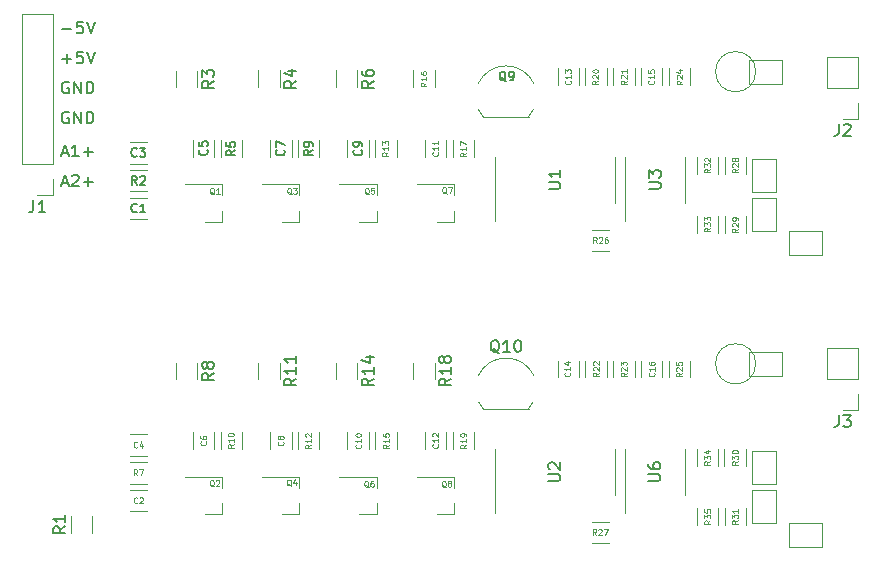
<source format=gbr>
%TF.GenerationSoftware,KiCad,Pcbnew,6.0.7-f9a2dced07~116~ubuntu20.04.1*%
%TF.CreationDate,2022-08-31T15:18:07+02:00*%
%TF.ProjectId,NVM-Amp,4e564d2d-416d-4702-9e6b-696361645f70,rev?*%
%TF.SameCoordinates,Original*%
%TF.FileFunction,Legend,Top*%
%TF.FilePolarity,Positive*%
%FSLAX46Y46*%
G04 Gerber Fmt 4.6, Leading zero omitted, Abs format (unit mm)*
G04 Created by KiCad (PCBNEW 6.0.7-f9a2dced07~116~ubuntu20.04.1) date 2022-08-31 15:18:07*
%MOMM*%
%LPD*%
G01*
G04 APERTURE LIST*
%ADD10C,0.150000*%
%ADD11C,0.125000*%
%ADD12C,0.120000*%
G04 APERTURE END LIST*
D10*
X130238666Y-94400666D02*
X130714857Y-94400666D01*
X130143428Y-94686380D02*
X130476761Y-93686380D01*
X130810095Y-94686380D01*
X131095809Y-93781619D02*
X131143428Y-93734000D01*
X131238666Y-93686380D01*
X131476761Y-93686380D01*
X131572000Y-93734000D01*
X131619619Y-93781619D01*
X131667238Y-93876857D01*
X131667238Y-93972095D01*
X131619619Y-94114952D01*
X131048190Y-94686380D01*
X131667238Y-94686380D01*
X132095809Y-94305428D02*
X132857714Y-94305428D01*
X132476761Y-94686380D02*
X132476761Y-93924476D01*
X130238666Y-91860666D02*
X130714857Y-91860666D01*
X130143428Y-92146380D02*
X130476761Y-91146380D01*
X130810095Y-92146380D01*
X131667238Y-92146380D02*
X131095809Y-92146380D01*
X131381523Y-92146380D02*
X131381523Y-91146380D01*
X131286285Y-91289238D01*
X131191047Y-91384476D01*
X131095809Y-91432095D01*
X132095809Y-91765428D02*
X132857714Y-91765428D01*
X132476761Y-92146380D02*
X132476761Y-91384476D01*
X130810095Y-88400000D02*
X130714857Y-88352380D01*
X130572000Y-88352380D01*
X130429142Y-88400000D01*
X130333904Y-88495238D01*
X130286285Y-88590476D01*
X130238666Y-88780952D01*
X130238666Y-88923809D01*
X130286285Y-89114285D01*
X130333904Y-89209523D01*
X130429142Y-89304761D01*
X130572000Y-89352380D01*
X130667238Y-89352380D01*
X130810095Y-89304761D01*
X130857714Y-89257142D01*
X130857714Y-88923809D01*
X130667238Y-88923809D01*
X131286285Y-89352380D02*
X131286285Y-88352380D01*
X131857714Y-89352380D01*
X131857714Y-88352380D01*
X132333904Y-89352380D02*
X132333904Y-88352380D01*
X132572000Y-88352380D01*
X132714857Y-88400000D01*
X132810095Y-88495238D01*
X132857714Y-88590476D01*
X132905333Y-88780952D01*
X132905333Y-88923809D01*
X132857714Y-89114285D01*
X132810095Y-89209523D01*
X132714857Y-89304761D01*
X132572000Y-89352380D01*
X132333904Y-89352380D01*
X130810095Y-85860000D02*
X130714857Y-85812380D01*
X130572000Y-85812380D01*
X130429142Y-85860000D01*
X130333904Y-85955238D01*
X130286285Y-86050476D01*
X130238666Y-86240952D01*
X130238666Y-86383809D01*
X130286285Y-86574285D01*
X130333904Y-86669523D01*
X130429142Y-86764761D01*
X130572000Y-86812380D01*
X130667238Y-86812380D01*
X130810095Y-86764761D01*
X130857714Y-86717142D01*
X130857714Y-86383809D01*
X130667238Y-86383809D01*
X131286285Y-86812380D02*
X131286285Y-85812380D01*
X131857714Y-86812380D01*
X131857714Y-85812380D01*
X132333904Y-86812380D02*
X132333904Y-85812380D01*
X132572000Y-85812380D01*
X132714857Y-85860000D01*
X132810095Y-85955238D01*
X132857714Y-86050476D01*
X132905333Y-86240952D01*
X132905333Y-86383809D01*
X132857714Y-86574285D01*
X132810095Y-86669523D01*
X132714857Y-86764761D01*
X132572000Y-86812380D01*
X132333904Y-86812380D01*
X130286285Y-83891428D02*
X131048190Y-83891428D01*
X130667238Y-84272380D02*
X130667238Y-83510476D01*
X132000571Y-83272380D02*
X131524380Y-83272380D01*
X131476761Y-83748571D01*
X131524380Y-83700952D01*
X131619619Y-83653333D01*
X131857714Y-83653333D01*
X131952952Y-83700952D01*
X132000571Y-83748571D01*
X132048190Y-83843809D01*
X132048190Y-84081904D01*
X132000571Y-84177142D01*
X131952952Y-84224761D01*
X131857714Y-84272380D01*
X131619619Y-84272380D01*
X131524380Y-84224761D01*
X131476761Y-84177142D01*
X132333904Y-83272380D02*
X132667238Y-84272380D01*
X133000571Y-83272380D01*
X130286285Y-81351428D02*
X131048190Y-81351428D01*
X132000571Y-80732380D02*
X131524380Y-80732380D01*
X131476761Y-81208571D01*
X131524380Y-81160952D01*
X131619619Y-81113333D01*
X131857714Y-81113333D01*
X131952952Y-81160952D01*
X132000571Y-81208571D01*
X132048190Y-81303809D01*
X132048190Y-81541904D01*
X132000571Y-81637142D01*
X131952952Y-81684761D01*
X131857714Y-81732380D01*
X131619619Y-81732380D01*
X131524380Y-81684761D01*
X131476761Y-81637142D01*
X132333904Y-80732380D02*
X132667238Y-81732380D01*
X133000571Y-80732380D01*
D11*
%TO.C,R35*%
X185136190Y-122968928D02*
X184898095Y-123135595D01*
X185136190Y-123254642D02*
X184636190Y-123254642D01*
X184636190Y-123064166D01*
X184660000Y-123016547D01*
X184683809Y-122992738D01*
X184731428Y-122968928D01*
X184802857Y-122968928D01*
X184850476Y-122992738D01*
X184874285Y-123016547D01*
X184898095Y-123064166D01*
X184898095Y-123254642D01*
X184636190Y-122802261D02*
X184636190Y-122492738D01*
X184826666Y-122659404D01*
X184826666Y-122587976D01*
X184850476Y-122540357D01*
X184874285Y-122516547D01*
X184921904Y-122492738D01*
X185040952Y-122492738D01*
X185088571Y-122516547D01*
X185112380Y-122540357D01*
X185136190Y-122587976D01*
X185136190Y-122730833D01*
X185112380Y-122778452D01*
X185088571Y-122802261D01*
X184636190Y-122040357D02*
X184636190Y-122278452D01*
X184874285Y-122302261D01*
X184850476Y-122278452D01*
X184826666Y-122230833D01*
X184826666Y-122111785D01*
X184850476Y-122064166D01*
X184874285Y-122040357D01*
X184921904Y-122016547D01*
X185040952Y-122016547D01*
X185088571Y-122040357D01*
X185112380Y-122064166D01*
X185136190Y-122111785D01*
X185136190Y-122230833D01*
X185112380Y-122278452D01*
X185088571Y-122302261D01*
%TO.C,C14*%
X173233571Y-110458928D02*
X173257380Y-110482738D01*
X173281190Y-110554166D01*
X173281190Y-110601785D01*
X173257380Y-110673214D01*
X173209761Y-110720833D01*
X173162142Y-110744642D01*
X173066904Y-110768452D01*
X172995476Y-110768452D01*
X172900238Y-110744642D01*
X172852619Y-110720833D01*
X172805000Y-110673214D01*
X172781190Y-110601785D01*
X172781190Y-110554166D01*
X172805000Y-110482738D01*
X172828809Y-110458928D01*
X173281190Y-109982738D02*
X173281190Y-110268452D01*
X173281190Y-110125595D02*
X172781190Y-110125595D01*
X172852619Y-110173214D01*
X172900238Y-110220833D01*
X172924047Y-110268452D01*
X172947857Y-109554166D02*
X173281190Y-109554166D01*
X172757380Y-109673214D02*
X173114523Y-109792261D01*
X173114523Y-109482738D01*
%TO.C,R22*%
X175711190Y-110456428D02*
X175473095Y-110623095D01*
X175711190Y-110742142D02*
X175211190Y-110742142D01*
X175211190Y-110551666D01*
X175235000Y-110504047D01*
X175258809Y-110480238D01*
X175306428Y-110456428D01*
X175377857Y-110456428D01*
X175425476Y-110480238D01*
X175449285Y-110504047D01*
X175473095Y-110551666D01*
X175473095Y-110742142D01*
X175258809Y-110265952D02*
X175235000Y-110242142D01*
X175211190Y-110194523D01*
X175211190Y-110075476D01*
X175235000Y-110027857D01*
X175258809Y-110004047D01*
X175306428Y-109980238D01*
X175354047Y-109980238D01*
X175425476Y-110004047D01*
X175711190Y-110289761D01*
X175711190Y-109980238D01*
X175258809Y-109789761D02*
X175235000Y-109765952D01*
X175211190Y-109718333D01*
X175211190Y-109599285D01*
X175235000Y-109551666D01*
X175258809Y-109527857D01*
X175306428Y-109504047D01*
X175354047Y-109504047D01*
X175425476Y-109527857D01*
X175711190Y-109813571D01*
X175711190Y-109504047D01*
D10*
%TO.C,R4*%
X150077380Y-85741666D02*
X149601190Y-86075000D01*
X150077380Y-86313095D02*
X149077380Y-86313095D01*
X149077380Y-85932142D01*
X149125000Y-85836904D01*
X149172619Y-85789285D01*
X149267857Y-85741666D01*
X149410714Y-85741666D01*
X149505952Y-85789285D01*
X149553571Y-85836904D01*
X149601190Y-85932142D01*
X149601190Y-86313095D01*
X149410714Y-84884523D02*
X150077380Y-84884523D01*
X149029761Y-85122619D02*
X149744047Y-85360714D01*
X149744047Y-84741666D01*
%TO.C,R6*%
X156627380Y-85741666D02*
X156151190Y-86075000D01*
X156627380Y-86313095D02*
X155627380Y-86313095D01*
X155627380Y-85932142D01*
X155675000Y-85836904D01*
X155722619Y-85789285D01*
X155817857Y-85741666D01*
X155960714Y-85741666D01*
X156055952Y-85789285D01*
X156103571Y-85836904D01*
X156151190Y-85932142D01*
X156151190Y-86313095D01*
X155627380Y-84884523D02*
X155627380Y-85075000D01*
X155675000Y-85170238D01*
X155722619Y-85217857D01*
X155865476Y-85313095D01*
X156055952Y-85360714D01*
X156436904Y-85360714D01*
X156532142Y-85313095D01*
X156579761Y-85265476D01*
X156627380Y-85170238D01*
X156627380Y-84979761D01*
X156579761Y-84884523D01*
X156532142Y-84836904D01*
X156436904Y-84789285D01*
X156198809Y-84789285D01*
X156103571Y-84836904D01*
X156055952Y-84884523D01*
X156008333Y-84979761D01*
X156008333Y-85170238D01*
X156055952Y-85265476D01*
X156103571Y-85313095D01*
X156198809Y-85360714D01*
D11*
%TO.C,R17*%
X164476190Y-91821428D02*
X164238095Y-91988095D01*
X164476190Y-92107142D02*
X163976190Y-92107142D01*
X163976190Y-91916666D01*
X164000000Y-91869047D01*
X164023809Y-91845238D01*
X164071428Y-91821428D01*
X164142857Y-91821428D01*
X164190476Y-91845238D01*
X164214285Y-91869047D01*
X164238095Y-91916666D01*
X164238095Y-92107142D01*
X164476190Y-91345238D02*
X164476190Y-91630952D01*
X164476190Y-91488095D02*
X163976190Y-91488095D01*
X164047619Y-91535714D01*
X164095238Y-91583333D01*
X164119047Y-91630952D01*
X163976190Y-91178571D02*
X163976190Y-90845238D01*
X164476190Y-91059523D01*
D10*
%TO.C,J2*%
X196008666Y-89412380D02*
X196008666Y-90126666D01*
X195961047Y-90269523D01*
X195865809Y-90364761D01*
X195722952Y-90412380D01*
X195627714Y-90412380D01*
X196437238Y-89507619D02*
X196484857Y-89460000D01*
X196580095Y-89412380D01*
X196818190Y-89412380D01*
X196913428Y-89460000D01*
X196961047Y-89507619D01*
X197008666Y-89602857D01*
X197008666Y-89698095D01*
X196961047Y-89840952D01*
X196389619Y-90412380D01*
X197008666Y-90412380D01*
D11*
%TO.C,R13*%
X157876190Y-91796428D02*
X157638095Y-91963095D01*
X157876190Y-92082142D02*
X157376190Y-92082142D01*
X157376190Y-91891666D01*
X157400000Y-91844047D01*
X157423809Y-91820238D01*
X157471428Y-91796428D01*
X157542857Y-91796428D01*
X157590476Y-91820238D01*
X157614285Y-91844047D01*
X157638095Y-91891666D01*
X157638095Y-92082142D01*
X157876190Y-91320238D02*
X157876190Y-91605952D01*
X157876190Y-91463095D02*
X157376190Y-91463095D01*
X157447619Y-91510714D01*
X157495238Y-91558333D01*
X157519047Y-91605952D01*
X157376190Y-91153571D02*
X157376190Y-90844047D01*
X157566666Y-91010714D01*
X157566666Y-90939285D01*
X157590476Y-90891666D01*
X157614285Y-90867857D01*
X157661904Y-90844047D01*
X157780952Y-90844047D01*
X157828571Y-90867857D01*
X157852380Y-90891666D01*
X157876190Y-90939285D01*
X157876190Y-91082142D01*
X157852380Y-91129761D01*
X157828571Y-91153571D01*
D10*
%TO.C,R1*%
X130512380Y-123476666D02*
X130036190Y-123810000D01*
X130512380Y-124048095D02*
X129512380Y-124048095D01*
X129512380Y-123667142D01*
X129560000Y-123571904D01*
X129607619Y-123524285D01*
X129702857Y-123476666D01*
X129845714Y-123476666D01*
X129940952Y-123524285D01*
X129988571Y-123571904D01*
X130036190Y-123667142D01*
X130036190Y-124048095D01*
X130512380Y-122524285D02*
X130512380Y-123095714D01*
X130512380Y-122810000D02*
X129512380Y-122810000D01*
X129655238Y-122905238D01*
X129750476Y-123000476D01*
X129798095Y-123095714D01*
D11*
%TO.C,R28*%
X187476190Y-93221428D02*
X187238095Y-93388095D01*
X187476190Y-93507142D02*
X186976190Y-93507142D01*
X186976190Y-93316666D01*
X187000000Y-93269047D01*
X187023809Y-93245238D01*
X187071428Y-93221428D01*
X187142857Y-93221428D01*
X187190476Y-93245238D01*
X187214285Y-93269047D01*
X187238095Y-93316666D01*
X187238095Y-93507142D01*
X187023809Y-93030952D02*
X187000000Y-93007142D01*
X186976190Y-92959523D01*
X186976190Y-92840476D01*
X187000000Y-92792857D01*
X187023809Y-92769047D01*
X187071428Y-92745238D01*
X187119047Y-92745238D01*
X187190476Y-92769047D01*
X187476190Y-93054761D01*
X187476190Y-92745238D01*
X187190476Y-92459523D02*
X187166666Y-92507142D01*
X187142857Y-92530952D01*
X187095238Y-92554761D01*
X187071428Y-92554761D01*
X187023809Y-92530952D01*
X187000000Y-92507142D01*
X186976190Y-92459523D01*
X186976190Y-92364285D01*
X187000000Y-92316666D01*
X187023809Y-92292857D01*
X187071428Y-92269047D01*
X187095238Y-92269047D01*
X187142857Y-92292857D01*
X187166666Y-92316666D01*
X187190476Y-92364285D01*
X187190476Y-92459523D01*
X187214285Y-92507142D01*
X187238095Y-92530952D01*
X187285714Y-92554761D01*
X187380952Y-92554761D01*
X187428571Y-92530952D01*
X187452380Y-92507142D01*
X187476190Y-92459523D01*
X187476190Y-92364285D01*
X187452380Y-92316666D01*
X187428571Y-92292857D01*
X187380952Y-92269047D01*
X187285714Y-92269047D01*
X187238095Y-92292857D01*
X187214285Y-92316666D01*
X187190476Y-92364285D01*
%TO.C,R29*%
X187476190Y-98258928D02*
X187238095Y-98425595D01*
X187476190Y-98544642D02*
X186976190Y-98544642D01*
X186976190Y-98354166D01*
X187000000Y-98306547D01*
X187023809Y-98282738D01*
X187071428Y-98258928D01*
X187142857Y-98258928D01*
X187190476Y-98282738D01*
X187214285Y-98306547D01*
X187238095Y-98354166D01*
X187238095Y-98544642D01*
X187023809Y-98068452D02*
X187000000Y-98044642D01*
X186976190Y-97997023D01*
X186976190Y-97877976D01*
X187000000Y-97830357D01*
X187023809Y-97806547D01*
X187071428Y-97782738D01*
X187119047Y-97782738D01*
X187190476Y-97806547D01*
X187476190Y-98092261D01*
X187476190Y-97782738D01*
X187476190Y-97544642D02*
X187476190Y-97449404D01*
X187452380Y-97401785D01*
X187428571Y-97377976D01*
X187357142Y-97330357D01*
X187261904Y-97306547D01*
X187071428Y-97306547D01*
X187023809Y-97330357D01*
X187000000Y-97354166D01*
X186976190Y-97401785D01*
X186976190Y-97497023D01*
X187000000Y-97544642D01*
X187023809Y-97568452D01*
X187071428Y-97592261D01*
X187190476Y-97592261D01*
X187238095Y-97568452D01*
X187261904Y-97544642D01*
X187285714Y-97497023D01*
X187285714Y-97401785D01*
X187261904Y-97354166D01*
X187238095Y-97330357D01*
X187190476Y-97306547D01*
%TO.C,Q8*%
X162747380Y-120153809D02*
X162699761Y-120130000D01*
X162652142Y-120082380D01*
X162580714Y-120010952D01*
X162533095Y-119987142D01*
X162485476Y-119987142D01*
X162509285Y-120106190D02*
X162461666Y-120082380D01*
X162414047Y-120034761D01*
X162390238Y-119939523D01*
X162390238Y-119772857D01*
X162414047Y-119677619D01*
X162461666Y-119630000D01*
X162509285Y-119606190D01*
X162604523Y-119606190D01*
X162652142Y-119630000D01*
X162699761Y-119677619D01*
X162723571Y-119772857D01*
X162723571Y-119939523D01*
X162699761Y-120034761D01*
X162652142Y-120082380D01*
X162604523Y-120106190D01*
X162509285Y-120106190D01*
X163009285Y-119820476D02*
X162961666Y-119796666D01*
X162937857Y-119772857D01*
X162914047Y-119725238D01*
X162914047Y-119701428D01*
X162937857Y-119653809D01*
X162961666Y-119630000D01*
X163009285Y-119606190D01*
X163104523Y-119606190D01*
X163152142Y-119630000D01*
X163175952Y-119653809D01*
X163199761Y-119701428D01*
X163199761Y-119725238D01*
X163175952Y-119772857D01*
X163152142Y-119796666D01*
X163104523Y-119820476D01*
X163009285Y-119820476D01*
X162961666Y-119844285D01*
X162937857Y-119868095D01*
X162914047Y-119915714D01*
X162914047Y-120010952D01*
X162937857Y-120058571D01*
X162961666Y-120082380D01*
X163009285Y-120106190D01*
X163104523Y-120106190D01*
X163152142Y-120082380D01*
X163175952Y-120058571D01*
X163199761Y-120010952D01*
X163199761Y-119915714D01*
X163175952Y-119868095D01*
X163152142Y-119844285D01*
X163104523Y-119820476D01*
%TO.C,C4*%
X136621666Y-116748571D02*
X136597857Y-116772380D01*
X136526428Y-116796190D01*
X136478809Y-116796190D01*
X136407380Y-116772380D01*
X136359761Y-116724761D01*
X136335952Y-116677142D01*
X136312142Y-116581904D01*
X136312142Y-116510476D01*
X136335952Y-116415238D01*
X136359761Y-116367619D01*
X136407380Y-116320000D01*
X136478809Y-116296190D01*
X136526428Y-116296190D01*
X136597857Y-116320000D01*
X136621666Y-116343809D01*
X137050238Y-116462857D02*
X137050238Y-116796190D01*
X136931190Y-116272380D02*
X136812142Y-116629523D01*
X137121666Y-116629523D01*
D10*
%TO.C,R9*%
X151464285Y-91600000D02*
X151107142Y-91850000D01*
X151464285Y-92028571D02*
X150714285Y-92028571D01*
X150714285Y-91742857D01*
X150750000Y-91671428D01*
X150785714Y-91635714D01*
X150857142Y-91600000D01*
X150964285Y-91600000D01*
X151035714Y-91635714D01*
X151071428Y-91671428D01*
X151107142Y-91742857D01*
X151107142Y-92028571D01*
X151464285Y-91242857D02*
X151464285Y-91100000D01*
X151428571Y-91028571D01*
X151392857Y-90992857D01*
X151285714Y-90921428D01*
X151142857Y-90885714D01*
X150857142Y-90885714D01*
X150785714Y-90921428D01*
X150750000Y-90957142D01*
X150714285Y-91028571D01*
X150714285Y-91171428D01*
X150750000Y-91242857D01*
X150785714Y-91278571D01*
X150857142Y-91314285D01*
X151035714Y-91314285D01*
X151107142Y-91278571D01*
X151142857Y-91242857D01*
X151178571Y-91171428D01*
X151178571Y-91028571D01*
X151142857Y-90957142D01*
X151107142Y-90921428D01*
X151035714Y-90885714D01*
D11*
%TO.C,R30*%
X187471190Y-117961428D02*
X187233095Y-118128095D01*
X187471190Y-118247142D02*
X186971190Y-118247142D01*
X186971190Y-118056666D01*
X186995000Y-118009047D01*
X187018809Y-117985238D01*
X187066428Y-117961428D01*
X187137857Y-117961428D01*
X187185476Y-117985238D01*
X187209285Y-118009047D01*
X187233095Y-118056666D01*
X187233095Y-118247142D01*
X186971190Y-117794761D02*
X186971190Y-117485238D01*
X187161666Y-117651904D01*
X187161666Y-117580476D01*
X187185476Y-117532857D01*
X187209285Y-117509047D01*
X187256904Y-117485238D01*
X187375952Y-117485238D01*
X187423571Y-117509047D01*
X187447380Y-117532857D01*
X187471190Y-117580476D01*
X187471190Y-117723333D01*
X187447380Y-117770952D01*
X187423571Y-117794761D01*
X186971190Y-117175714D02*
X186971190Y-117128095D01*
X186995000Y-117080476D01*
X187018809Y-117056666D01*
X187066428Y-117032857D01*
X187161666Y-117009047D01*
X187280714Y-117009047D01*
X187375952Y-117032857D01*
X187423571Y-117056666D01*
X187447380Y-117080476D01*
X187471190Y-117128095D01*
X187471190Y-117175714D01*
X187447380Y-117223333D01*
X187423571Y-117247142D01*
X187375952Y-117270952D01*
X187280714Y-117294761D01*
X187161666Y-117294761D01*
X187066428Y-117270952D01*
X187018809Y-117247142D01*
X186995000Y-117223333D01*
X186971190Y-117175714D01*
D10*
%TO.C,R18*%
X163177380Y-110952857D02*
X162701190Y-111286190D01*
X163177380Y-111524285D02*
X162177380Y-111524285D01*
X162177380Y-111143333D01*
X162225000Y-111048095D01*
X162272619Y-111000476D01*
X162367857Y-110952857D01*
X162510714Y-110952857D01*
X162605952Y-111000476D01*
X162653571Y-111048095D01*
X162701190Y-111143333D01*
X162701190Y-111524285D01*
X163177380Y-110000476D02*
X163177380Y-110571904D01*
X163177380Y-110286190D02*
X162177380Y-110286190D01*
X162320238Y-110381428D01*
X162415476Y-110476666D01*
X162463095Y-110571904D01*
X162605952Y-109429047D02*
X162558333Y-109524285D01*
X162510714Y-109571904D01*
X162415476Y-109619523D01*
X162367857Y-109619523D01*
X162272619Y-109571904D01*
X162225000Y-109524285D01*
X162177380Y-109429047D01*
X162177380Y-109238571D01*
X162225000Y-109143333D01*
X162272619Y-109095714D01*
X162367857Y-109048095D01*
X162415476Y-109048095D01*
X162510714Y-109095714D01*
X162558333Y-109143333D01*
X162605952Y-109238571D01*
X162605952Y-109429047D01*
X162653571Y-109524285D01*
X162701190Y-109571904D01*
X162796428Y-109619523D01*
X162986904Y-109619523D01*
X163082142Y-109571904D01*
X163129761Y-109524285D01*
X163177380Y-109429047D01*
X163177380Y-109238571D01*
X163129761Y-109143333D01*
X163082142Y-109095714D01*
X162986904Y-109048095D01*
X162796428Y-109048095D01*
X162701190Y-109095714D01*
X162653571Y-109143333D01*
X162605952Y-109238571D01*
D11*
%TO.C,R23*%
X178051190Y-110478928D02*
X177813095Y-110645595D01*
X178051190Y-110764642D02*
X177551190Y-110764642D01*
X177551190Y-110574166D01*
X177575000Y-110526547D01*
X177598809Y-110502738D01*
X177646428Y-110478928D01*
X177717857Y-110478928D01*
X177765476Y-110502738D01*
X177789285Y-110526547D01*
X177813095Y-110574166D01*
X177813095Y-110764642D01*
X177598809Y-110288452D02*
X177575000Y-110264642D01*
X177551190Y-110217023D01*
X177551190Y-110097976D01*
X177575000Y-110050357D01*
X177598809Y-110026547D01*
X177646428Y-110002738D01*
X177694047Y-110002738D01*
X177765476Y-110026547D01*
X178051190Y-110312261D01*
X178051190Y-110002738D01*
X177551190Y-109836071D02*
X177551190Y-109526547D01*
X177741666Y-109693214D01*
X177741666Y-109621785D01*
X177765476Y-109574166D01*
X177789285Y-109550357D01*
X177836904Y-109526547D01*
X177955952Y-109526547D01*
X178003571Y-109550357D01*
X178027380Y-109574166D01*
X178051190Y-109621785D01*
X178051190Y-109764642D01*
X178027380Y-109812261D01*
X178003571Y-109836071D01*
%TO.C,Q1*%
X143132380Y-95353809D02*
X143084761Y-95330000D01*
X143037142Y-95282380D01*
X142965714Y-95210952D01*
X142918095Y-95187142D01*
X142870476Y-95187142D01*
X142894285Y-95306190D02*
X142846666Y-95282380D01*
X142799047Y-95234761D01*
X142775238Y-95139523D01*
X142775238Y-94972857D01*
X142799047Y-94877619D01*
X142846666Y-94830000D01*
X142894285Y-94806190D01*
X142989523Y-94806190D01*
X143037142Y-94830000D01*
X143084761Y-94877619D01*
X143108571Y-94972857D01*
X143108571Y-95139523D01*
X143084761Y-95234761D01*
X143037142Y-95282380D01*
X142989523Y-95306190D01*
X142894285Y-95306190D01*
X143584761Y-95306190D02*
X143299047Y-95306190D01*
X143441904Y-95306190D02*
X143441904Y-94806190D01*
X143394285Y-94877619D01*
X143346666Y-94925238D01*
X143299047Y-94949047D01*
D10*
%TO.C,R11*%
X150067380Y-110952857D02*
X149591190Y-111286190D01*
X150067380Y-111524285D02*
X149067380Y-111524285D01*
X149067380Y-111143333D01*
X149115000Y-111048095D01*
X149162619Y-111000476D01*
X149257857Y-110952857D01*
X149400714Y-110952857D01*
X149495952Y-111000476D01*
X149543571Y-111048095D01*
X149591190Y-111143333D01*
X149591190Y-111524285D01*
X150067380Y-110000476D02*
X150067380Y-110571904D01*
X150067380Y-110286190D02*
X149067380Y-110286190D01*
X149210238Y-110381428D01*
X149305476Y-110476666D01*
X149353095Y-110571904D01*
X150067380Y-109048095D02*
X150067380Y-109619523D01*
X150067380Y-109333809D02*
X149067380Y-109333809D01*
X149210238Y-109429047D01*
X149305476Y-109524285D01*
X149353095Y-109619523D01*
%TO.C,U3*%
X179927380Y-94886904D02*
X180736904Y-94886904D01*
X180832142Y-94839285D01*
X180879761Y-94791666D01*
X180927380Y-94696428D01*
X180927380Y-94505952D01*
X180879761Y-94410714D01*
X180832142Y-94363095D01*
X180736904Y-94315476D01*
X179927380Y-94315476D01*
X179927380Y-93934523D02*
X179927380Y-93315476D01*
X180308333Y-93648809D01*
X180308333Y-93505952D01*
X180355952Y-93410714D01*
X180403571Y-93363095D01*
X180498809Y-93315476D01*
X180736904Y-93315476D01*
X180832142Y-93363095D01*
X180879761Y-93410714D01*
X180927380Y-93505952D01*
X180927380Y-93791666D01*
X180879761Y-93886904D01*
X180832142Y-93934523D01*
%TO.C,R3*%
X143102380Y-85754166D02*
X142626190Y-86087500D01*
X143102380Y-86325595D02*
X142102380Y-86325595D01*
X142102380Y-85944642D01*
X142150000Y-85849404D01*
X142197619Y-85801785D01*
X142292857Y-85754166D01*
X142435714Y-85754166D01*
X142530952Y-85801785D01*
X142578571Y-85849404D01*
X142626190Y-85944642D01*
X142626190Y-86325595D01*
X142102380Y-85420833D02*
X142102380Y-84801785D01*
X142483333Y-85135119D01*
X142483333Y-84992261D01*
X142530952Y-84897023D01*
X142578571Y-84849404D01*
X142673809Y-84801785D01*
X142911904Y-84801785D01*
X143007142Y-84849404D01*
X143054761Y-84897023D01*
X143102380Y-84992261D01*
X143102380Y-85277976D01*
X143054761Y-85373214D01*
X143007142Y-85420833D01*
D11*
%TO.C,Q6*%
X156197380Y-120153809D02*
X156149761Y-120130000D01*
X156102142Y-120082380D01*
X156030714Y-120010952D01*
X155983095Y-119987142D01*
X155935476Y-119987142D01*
X155959285Y-120106190D02*
X155911666Y-120082380D01*
X155864047Y-120034761D01*
X155840238Y-119939523D01*
X155840238Y-119772857D01*
X155864047Y-119677619D01*
X155911666Y-119630000D01*
X155959285Y-119606190D01*
X156054523Y-119606190D01*
X156102142Y-119630000D01*
X156149761Y-119677619D01*
X156173571Y-119772857D01*
X156173571Y-119939523D01*
X156149761Y-120034761D01*
X156102142Y-120082380D01*
X156054523Y-120106190D01*
X155959285Y-120106190D01*
X156602142Y-119606190D02*
X156506904Y-119606190D01*
X156459285Y-119630000D01*
X156435476Y-119653809D01*
X156387857Y-119725238D01*
X156364047Y-119820476D01*
X156364047Y-120010952D01*
X156387857Y-120058571D01*
X156411666Y-120082380D01*
X156459285Y-120106190D01*
X156554523Y-120106190D01*
X156602142Y-120082380D01*
X156625952Y-120058571D01*
X156649761Y-120010952D01*
X156649761Y-119891904D01*
X156625952Y-119844285D01*
X156602142Y-119820476D01*
X156554523Y-119796666D01*
X156459285Y-119796666D01*
X156411666Y-119820476D01*
X156387857Y-119844285D01*
X156364047Y-119891904D01*
%TO.C,R16*%
X161101190Y-85896428D02*
X160863095Y-86063095D01*
X161101190Y-86182142D02*
X160601190Y-86182142D01*
X160601190Y-85991666D01*
X160625000Y-85944047D01*
X160648809Y-85920238D01*
X160696428Y-85896428D01*
X160767857Y-85896428D01*
X160815476Y-85920238D01*
X160839285Y-85944047D01*
X160863095Y-85991666D01*
X160863095Y-86182142D01*
X161101190Y-85420238D02*
X161101190Y-85705952D01*
X161101190Y-85563095D02*
X160601190Y-85563095D01*
X160672619Y-85610714D01*
X160720238Y-85658333D01*
X160744047Y-85705952D01*
X160601190Y-84991666D02*
X160601190Y-85086904D01*
X160625000Y-85134523D01*
X160648809Y-85158333D01*
X160720238Y-85205952D01*
X160815476Y-85229761D01*
X161005952Y-85229761D01*
X161053571Y-85205952D01*
X161077380Y-85182142D01*
X161101190Y-85134523D01*
X161101190Y-85039285D01*
X161077380Y-84991666D01*
X161053571Y-84967857D01*
X161005952Y-84944047D01*
X160886904Y-84944047D01*
X160839285Y-84967857D01*
X160815476Y-84991666D01*
X160791666Y-85039285D01*
X160791666Y-85134523D01*
X160815476Y-85182142D01*
X160839285Y-85205952D01*
X160886904Y-85229761D01*
%TO.C,R10*%
X144781190Y-116523928D02*
X144543095Y-116690595D01*
X144781190Y-116809642D02*
X144281190Y-116809642D01*
X144281190Y-116619166D01*
X144305000Y-116571547D01*
X144328809Y-116547738D01*
X144376428Y-116523928D01*
X144447857Y-116523928D01*
X144495476Y-116547738D01*
X144519285Y-116571547D01*
X144543095Y-116619166D01*
X144543095Y-116809642D01*
X144781190Y-116047738D02*
X144781190Y-116333452D01*
X144781190Y-116190595D02*
X144281190Y-116190595D01*
X144352619Y-116238214D01*
X144400238Y-116285833D01*
X144424047Y-116333452D01*
X144281190Y-115738214D02*
X144281190Y-115690595D01*
X144305000Y-115642976D01*
X144328809Y-115619166D01*
X144376428Y-115595357D01*
X144471666Y-115571547D01*
X144590714Y-115571547D01*
X144685952Y-115595357D01*
X144733571Y-115619166D01*
X144757380Y-115642976D01*
X144781190Y-115690595D01*
X144781190Y-115738214D01*
X144757380Y-115785833D01*
X144733571Y-115809642D01*
X144685952Y-115833452D01*
X144590714Y-115857261D01*
X144471666Y-115857261D01*
X144376428Y-115833452D01*
X144328809Y-115809642D01*
X144305000Y-115785833D01*
X144281190Y-115738214D01*
%TO.C,C12*%
X162053571Y-116521428D02*
X162077380Y-116545238D01*
X162101190Y-116616666D01*
X162101190Y-116664285D01*
X162077380Y-116735714D01*
X162029761Y-116783333D01*
X161982142Y-116807142D01*
X161886904Y-116830952D01*
X161815476Y-116830952D01*
X161720238Y-116807142D01*
X161672619Y-116783333D01*
X161625000Y-116735714D01*
X161601190Y-116664285D01*
X161601190Y-116616666D01*
X161625000Y-116545238D01*
X161648809Y-116521428D01*
X162101190Y-116045238D02*
X162101190Y-116330952D01*
X162101190Y-116188095D02*
X161601190Y-116188095D01*
X161672619Y-116235714D01*
X161720238Y-116283333D01*
X161744047Y-116330952D01*
X161648809Y-115854761D02*
X161625000Y-115830952D01*
X161601190Y-115783333D01*
X161601190Y-115664285D01*
X161625000Y-115616666D01*
X161648809Y-115592857D01*
X161696428Y-115569047D01*
X161744047Y-115569047D01*
X161815476Y-115592857D01*
X162101190Y-115878571D01*
X162101190Y-115569047D01*
%TO.C,C15*%
X180328571Y-85733928D02*
X180352380Y-85757738D01*
X180376190Y-85829166D01*
X180376190Y-85876785D01*
X180352380Y-85948214D01*
X180304761Y-85995833D01*
X180257142Y-86019642D01*
X180161904Y-86043452D01*
X180090476Y-86043452D01*
X179995238Y-86019642D01*
X179947619Y-85995833D01*
X179900000Y-85948214D01*
X179876190Y-85876785D01*
X179876190Y-85829166D01*
X179900000Y-85757738D01*
X179923809Y-85733928D01*
X180376190Y-85257738D02*
X180376190Y-85543452D01*
X180376190Y-85400595D02*
X179876190Y-85400595D01*
X179947619Y-85448214D01*
X179995238Y-85495833D01*
X180019047Y-85543452D01*
X179876190Y-84805357D02*
X179876190Y-85043452D01*
X180114285Y-85067261D01*
X180090476Y-85043452D01*
X180066666Y-84995833D01*
X180066666Y-84876785D01*
X180090476Y-84829166D01*
X180114285Y-84805357D01*
X180161904Y-84781547D01*
X180280952Y-84781547D01*
X180328571Y-84805357D01*
X180352380Y-84829166D01*
X180376190Y-84876785D01*
X180376190Y-84995833D01*
X180352380Y-85043452D01*
X180328571Y-85067261D01*
D10*
%TO.C,U1*%
X171437380Y-94886904D02*
X172246904Y-94886904D01*
X172342142Y-94839285D01*
X172389761Y-94791666D01*
X172437380Y-94696428D01*
X172437380Y-94505952D01*
X172389761Y-94410714D01*
X172342142Y-94363095D01*
X172246904Y-94315476D01*
X171437380Y-94315476D01*
X172437380Y-93315476D02*
X172437380Y-93886904D01*
X172437380Y-93601190D02*
X171437380Y-93601190D01*
X171580238Y-93696428D01*
X171675476Y-93791666D01*
X171723095Y-93886904D01*
%TO.C,C9*%
X155592857Y-91600000D02*
X155628571Y-91635714D01*
X155664285Y-91742857D01*
X155664285Y-91814285D01*
X155628571Y-91921428D01*
X155557142Y-91992857D01*
X155485714Y-92028571D01*
X155342857Y-92064285D01*
X155235714Y-92064285D01*
X155092857Y-92028571D01*
X155021428Y-91992857D01*
X154950000Y-91921428D01*
X154914285Y-91814285D01*
X154914285Y-91742857D01*
X154950000Y-91635714D01*
X154985714Y-91600000D01*
X155664285Y-91242857D02*
X155664285Y-91100000D01*
X155628571Y-91028571D01*
X155592857Y-90992857D01*
X155485714Y-90921428D01*
X155342857Y-90885714D01*
X155057142Y-90885714D01*
X154985714Y-90921428D01*
X154950000Y-90957142D01*
X154914285Y-91028571D01*
X154914285Y-91171428D01*
X154950000Y-91242857D01*
X154985714Y-91278571D01*
X155057142Y-91314285D01*
X155235714Y-91314285D01*
X155307142Y-91278571D01*
X155342857Y-91242857D01*
X155378571Y-91171428D01*
X155378571Y-91028571D01*
X155342857Y-90957142D01*
X155307142Y-90921428D01*
X155235714Y-90885714D01*
%TO.C,U2*%
X171432380Y-119621904D02*
X172241904Y-119621904D01*
X172337142Y-119574285D01*
X172384761Y-119526666D01*
X172432380Y-119431428D01*
X172432380Y-119240952D01*
X172384761Y-119145714D01*
X172337142Y-119098095D01*
X172241904Y-119050476D01*
X171432380Y-119050476D01*
X171527619Y-118621904D02*
X171480000Y-118574285D01*
X171432380Y-118479047D01*
X171432380Y-118240952D01*
X171480000Y-118145714D01*
X171527619Y-118098095D01*
X171622857Y-118050476D01*
X171718095Y-118050476D01*
X171860952Y-118098095D01*
X172432380Y-118669523D01*
X172432380Y-118050476D01*
D11*
%TO.C,C16*%
X180363571Y-110468928D02*
X180387380Y-110492738D01*
X180411190Y-110564166D01*
X180411190Y-110611785D01*
X180387380Y-110683214D01*
X180339761Y-110730833D01*
X180292142Y-110754642D01*
X180196904Y-110778452D01*
X180125476Y-110778452D01*
X180030238Y-110754642D01*
X179982619Y-110730833D01*
X179935000Y-110683214D01*
X179911190Y-110611785D01*
X179911190Y-110564166D01*
X179935000Y-110492738D01*
X179958809Y-110468928D01*
X180411190Y-109992738D02*
X180411190Y-110278452D01*
X180411190Y-110135595D02*
X179911190Y-110135595D01*
X179982619Y-110183214D01*
X180030238Y-110230833D01*
X180054047Y-110278452D01*
X179911190Y-109564166D02*
X179911190Y-109659404D01*
X179935000Y-109707023D01*
X179958809Y-109730833D01*
X180030238Y-109778452D01*
X180125476Y-109802261D01*
X180315952Y-109802261D01*
X180363571Y-109778452D01*
X180387380Y-109754642D01*
X180411190Y-109707023D01*
X180411190Y-109611785D01*
X180387380Y-109564166D01*
X180363571Y-109540357D01*
X180315952Y-109516547D01*
X180196904Y-109516547D01*
X180149285Y-109540357D01*
X180125476Y-109564166D01*
X180101666Y-109611785D01*
X180101666Y-109707023D01*
X180125476Y-109754642D01*
X180149285Y-109778452D01*
X180196904Y-109802261D01*
D10*
%TO.C,R2*%
X136575000Y-94539285D02*
X136325000Y-94182142D01*
X136146428Y-94539285D02*
X136146428Y-93789285D01*
X136432142Y-93789285D01*
X136503571Y-93825000D01*
X136539285Y-93860714D01*
X136575000Y-93932142D01*
X136575000Y-94039285D01*
X136539285Y-94110714D01*
X136503571Y-94146428D01*
X136432142Y-94182142D01*
X136146428Y-94182142D01*
X136860714Y-93860714D02*
X136896428Y-93825000D01*
X136967857Y-93789285D01*
X137146428Y-93789285D01*
X137217857Y-93825000D01*
X137253571Y-93860714D01*
X137289285Y-93932142D01*
X137289285Y-94003571D01*
X137253571Y-94110714D01*
X136825000Y-94539285D01*
X137289285Y-94539285D01*
D11*
%TO.C,R31*%
X187466190Y-122968928D02*
X187228095Y-123135595D01*
X187466190Y-123254642D02*
X186966190Y-123254642D01*
X186966190Y-123064166D01*
X186990000Y-123016547D01*
X187013809Y-122992738D01*
X187061428Y-122968928D01*
X187132857Y-122968928D01*
X187180476Y-122992738D01*
X187204285Y-123016547D01*
X187228095Y-123064166D01*
X187228095Y-123254642D01*
X186966190Y-122802261D02*
X186966190Y-122492738D01*
X187156666Y-122659404D01*
X187156666Y-122587976D01*
X187180476Y-122540357D01*
X187204285Y-122516547D01*
X187251904Y-122492738D01*
X187370952Y-122492738D01*
X187418571Y-122516547D01*
X187442380Y-122540357D01*
X187466190Y-122587976D01*
X187466190Y-122730833D01*
X187442380Y-122778452D01*
X187418571Y-122802261D01*
X187466190Y-122016547D02*
X187466190Y-122302261D01*
X187466190Y-122159404D02*
X186966190Y-122159404D01*
X187037619Y-122207023D01*
X187085238Y-122254642D01*
X187109047Y-122302261D01*
%TO.C,Q2*%
X143107380Y-120093809D02*
X143059761Y-120070000D01*
X143012142Y-120022380D01*
X142940714Y-119950952D01*
X142893095Y-119927142D01*
X142845476Y-119927142D01*
X142869285Y-120046190D02*
X142821666Y-120022380D01*
X142774047Y-119974761D01*
X142750238Y-119879523D01*
X142750238Y-119712857D01*
X142774047Y-119617619D01*
X142821666Y-119570000D01*
X142869285Y-119546190D01*
X142964523Y-119546190D01*
X143012142Y-119570000D01*
X143059761Y-119617619D01*
X143083571Y-119712857D01*
X143083571Y-119879523D01*
X143059761Y-119974761D01*
X143012142Y-120022380D01*
X142964523Y-120046190D01*
X142869285Y-120046190D01*
X143274047Y-119593809D02*
X143297857Y-119570000D01*
X143345476Y-119546190D01*
X143464523Y-119546190D01*
X143512142Y-119570000D01*
X143535952Y-119593809D01*
X143559761Y-119641428D01*
X143559761Y-119689047D01*
X143535952Y-119760476D01*
X143250238Y-120046190D01*
X143559761Y-120046190D01*
%TO.C,Q3*%
X149677380Y-95348809D02*
X149629761Y-95325000D01*
X149582142Y-95277380D01*
X149510714Y-95205952D01*
X149463095Y-95182142D01*
X149415476Y-95182142D01*
X149439285Y-95301190D02*
X149391666Y-95277380D01*
X149344047Y-95229761D01*
X149320238Y-95134523D01*
X149320238Y-94967857D01*
X149344047Y-94872619D01*
X149391666Y-94825000D01*
X149439285Y-94801190D01*
X149534523Y-94801190D01*
X149582142Y-94825000D01*
X149629761Y-94872619D01*
X149653571Y-94967857D01*
X149653571Y-95134523D01*
X149629761Y-95229761D01*
X149582142Y-95277380D01*
X149534523Y-95301190D01*
X149439285Y-95301190D01*
X149820238Y-94801190D02*
X150129761Y-94801190D01*
X149963095Y-94991666D01*
X150034523Y-94991666D01*
X150082142Y-95015476D01*
X150105952Y-95039285D01*
X150129761Y-95086904D01*
X150129761Y-95205952D01*
X150105952Y-95253571D01*
X150082142Y-95277380D01*
X150034523Y-95301190D01*
X149891666Y-95301190D01*
X149844047Y-95277380D01*
X149820238Y-95253571D01*
D10*
%TO.C,J1*%
X127826666Y-95862380D02*
X127826666Y-96576666D01*
X127779047Y-96719523D01*
X127683809Y-96814761D01*
X127540952Y-96862380D01*
X127445714Y-96862380D01*
X128826666Y-96862380D02*
X128255238Y-96862380D01*
X128540952Y-96862380D02*
X128540952Y-95862380D01*
X128445714Y-96005238D01*
X128350476Y-96100476D01*
X128255238Y-96148095D01*
D11*
%TO.C,Q7*%
X162802380Y-95298809D02*
X162754761Y-95275000D01*
X162707142Y-95227380D01*
X162635714Y-95155952D01*
X162588095Y-95132142D01*
X162540476Y-95132142D01*
X162564285Y-95251190D02*
X162516666Y-95227380D01*
X162469047Y-95179761D01*
X162445238Y-95084523D01*
X162445238Y-94917857D01*
X162469047Y-94822619D01*
X162516666Y-94775000D01*
X162564285Y-94751190D01*
X162659523Y-94751190D01*
X162707142Y-94775000D01*
X162754761Y-94822619D01*
X162778571Y-94917857D01*
X162778571Y-95084523D01*
X162754761Y-95179761D01*
X162707142Y-95227380D01*
X162659523Y-95251190D01*
X162564285Y-95251190D01*
X162945238Y-94751190D02*
X163278571Y-94751190D01*
X163064285Y-95251190D01*
D10*
%TO.C,R5*%
X144914285Y-91612500D02*
X144557142Y-91862500D01*
X144914285Y-92041071D02*
X144164285Y-92041071D01*
X144164285Y-91755357D01*
X144200000Y-91683928D01*
X144235714Y-91648214D01*
X144307142Y-91612500D01*
X144414285Y-91612500D01*
X144485714Y-91648214D01*
X144521428Y-91683928D01*
X144557142Y-91755357D01*
X144557142Y-92041071D01*
X144164285Y-90933928D02*
X144164285Y-91291071D01*
X144521428Y-91326785D01*
X144485714Y-91291071D01*
X144450000Y-91219642D01*
X144450000Y-91041071D01*
X144485714Y-90969642D01*
X144521428Y-90933928D01*
X144592857Y-90898214D01*
X144771428Y-90898214D01*
X144842857Y-90933928D01*
X144878571Y-90969642D01*
X144914285Y-91041071D01*
X144914285Y-91219642D01*
X144878571Y-91291071D01*
X144842857Y-91326785D01*
%TO.C,C5*%
X142492857Y-91587500D02*
X142528571Y-91623214D01*
X142564285Y-91730357D01*
X142564285Y-91801785D01*
X142528571Y-91908928D01*
X142457142Y-91980357D01*
X142385714Y-92016071D01*
X142242857Y-92051785D01*
X142135714Y-92051785D01*
X141992857Y-92016071D01*
X141921428Y-91980357D01*
X141850000Y-91908928D01*
X141814285Y-91801785D01*
X141814285Y-91730357D01*
X141850000Y-91623214D01*
X141885714Y-91587500D01*
X141814285Y-90908928D02*
X141814285Y-91266071D01*
X142171428Y-91301785D01*
X142135714Y-91266071D01*
X142100000Y-91194642D01*
X142100000Y-91016071D01*
X142135714Y-90944642D01*
X142171428Y-90908928D01*
X142242857Y-90873214D01*
X142421428Y-90873214D01*
X142492857Y-90908928D01*
X142528571Y-90944642D01*
X142564285Y-91016071D01*
X142564285Y-91194642D01*
X142528571Y-91266071D01*
X142492857Y-91301785D01*
D11*
%TO.C,R21*%
X178051190Y-85733928D02*
X177813095Y-85900595D01*
X178051190Y-86019642D02*
X177551190Y-86019642D01*
X177551190Y-85829166D01*
X177575000Y-85781547D01*
X177598809Y-85757738D01*
X177646428Y-85733928D01*
X177717857Y-85733928D01*
X177765476Y-85757738D01*
X177789285Y-85781547D01*
X177813095Y-85829166D01*
X177813095Y-86019642D01*
X177598809Y-85543452D02*
X177575000Y-85519642D01*
X177551190Y-85472023D01*
X177551190Y-85352976D01*
X177575000Y-85305357D01*
X177598809Y-85281547D01*
X177646428Y-85257738D01*
X177694047Y-85257738D01*
X177765476Y-85281547D01*
X178051190Y-85567261D01*
X178051190Y-85257738D01*
X178051190Y-84781547D02*
X178051190Y-85067261D01*
X178051190Y-84924404D02*
X177551190Y-84924404D01*
X177622619Y-84972023D01*
X177670238Y-85019642D01*
X177694047Y-85067261D01*
D10*
%TO.C,R8*%
X143102380Y-110489166D02*
X142626190Y-110822500D01*
X143102380Y-111060595D02*
X142102380Y-111060595D01*
X142102380Y-110679642D01*
X142150000Y-110584404D01*
X142197619Y-110536785D01*
X142292857Y-110489166D01*
X142435714Y-110489166D01*
X142530952Y-110536785D01*
X142578571Y-110584404D01*
X142626190Y-110679642D01*
X142626190Y-111060595D01*
X142530952Y-109917738D02*
X142483333Y-110012976D01*
X142435714Y-110060595D01*
X142340476Y-110108214D01*
X142292857Y-110108214D01*
X142197619Y-110060595D01*
X142150000Y-110012976D01*
X142102380Y-109917738D01*
X142102380Y-109727261D01*
X142150000Y-109632023D01*
X142197619Y-109584404D01*
X142292857Y-109536785D01*
X142340476Y-109536785D01*
X142435714Y-109584404D01*
X142483333Y-109632023D01*
X142530952Y-109727261D01*
X142530952Y-109917738D01*
X142578571Y-110012976D01*
X142626190Y-110060595D01*
X142721428Y-110108214D01*
X142911904Y-110108214D01*
X143007142Y-110060595D01*
X143054761Y-110012976D01*
X143102380Y-109917738D01*
X143102380Y-109727261D01*
X143054761Y-109632023D01*
X143007142Y-109584404D01*
X142911904Y-109536785D01*
X142721428Y-109536785D01*
X142626190Y-109584404D01*
X142578571Y-109632023D01*
X142530952Y-109727261D01*
D11*
%TO.C,R34*%
X185126190Y-117956428D02*
X184888095Y-118123095D01*
X185126190Y-118242142D02*
X184626190Y-118242142D01*
X184626190Y-118051666D01*
X184650000Y-118004047D01*
X184673809Y-117980238D01*
X184721428Y-117956428D01*
X184792857Y-117956428D01*
X184840476Y-117980238D01*
X184864285Y-118004047D01*
X184888095Y-118051666D01*
X184888095Y-118242142D01*
X184626190Y-117789761D02*
X184626190Y-117480238D01*
X184816666Y-117646904D01*
X184816666Y-117575476D01*
X184840476Y-117527857D01*
X184864285Y-117504047D01*
X184911904Y-117480238D01*
X185030952Y-117480238D01*
X185078571Y-117504047D01*
X185102380Y-117527857D01*
X185126190Y-117575476D01*
X185126190Y-117718333D01*
X185102380Y-117765952D01*
X185078571Y-117789761D01*
X184792857Y-117051666D02*
X185126190Y-117051666D01*
X184602380Y-117170714D02*
X184959523Y-117289761D01*
X184959523Y-116980238D01*
D10*
%TO.C,J3*%
X196008666Y-114055380D02*
X196008666Y-114769666D01*
X195961047Y-114912523D01*
X195865809Y-115007761D01*
X195722952Y-115055380D01*
X195627714Y-115055380D01*
X196389619Y-114055380D02*
X197008666Y-114055380D01*
X196675333Y-114436333D01*
X196818190Y-114436333D01*
X196913428Y-114483952D01*
X196961047Y-114531571D01*
X197008666Y-114626809D01*
X197008666Y-114864904D01*
X196961047Y-114960142D01*
X196913428Y-115007761D01*
X196818190Y-115055380D01*
X196532476Y-115055380D01*
X196437238Y-115007761D01*
X196389619Y-114960142D01*
%TO.C,C3*%
X136575000Y-92117857D02*
X136539285Y-92153571D01*
X136432142Y-92189285D01*
X136360714Y-92189285D01*
X136253571Y-92153571D01*
X136182142Y-92082142D01*
X136146428Y-92010714D01*
X136110714Y-91867857D01*
X136110714Y-91760714D01*
X136146428Y-91617857D01*
X136182142Y-91546428D01*
X136253571Y-91475000D01*
X136360714Y-91439285D01*
X136432142Y-91439285D01*
X136539285Y-91475000D01*
X136575000Y-91510714D01*
X136825000Y-91439285D02*
X137289285Y-91439285D01*
X137039285Y-91725000D01*
X137146428Y-91725000D01*
X137217857Y-91760714D01*
X137253571Y-91796428D01*
X137289285Y-91867857D01*
X137289285Y-92046428D01*
X137253571Y-92117857D01*
X137217857Y-92153571D01*
X137146428Y-92189285D01*
X136932142Y-92189285D01*
X136860714Y-92153571D01*
X136825000Y-92117857D01*
%TO.C,Q9*%
X167828571Y-85785714D02*
X167757142Y-85750000D01*
X167685714Y-85678571D01*
X167578571Y-85571428D01*
X167507142Y-85535714D01*
X167435714Y-85535714D01*
X167471428Y-85714285D02*
X167400000Y-85678571D01*
X167328571Y-85607142D01*
X167292857Y-85464285D01*
X167292857Y-85214285D01*
X167328571Y-85071428D01*
X167400000Y-85000000D01*
X167471428Y-84964285D01*
X167614285Y-84964285D01*
X167685714Y-85000000D01*
X167757142Y-85071428D01*
X167792857Y-85214285D01*
X167792857Y-85464285D01*
X167757142Y-85607142D01*
X167685714Y-85678571D01*
X167614285Y-85714285D01*
X167471428Y-85714285D01*
X168150000Y-85714285D02*
X168292857Y-85714285D01*
X168364285Y-85678571D01*
X168400000Y-85642857D01*
X168471428Y-85535714D01*
X168507142Y-85392857D01*
X168507142Y-85107142D01*
X168471428Y-85035714D01*
X168435714Y-85000000D01*
X168364285Y-84964285D01*
X168221428Y-84964285D01*
X168150000Y-85000000D01*
X168114285Y-85035714D01*
X168078571Y-85107142D01*
X168078571Y-85285714D01*
X168114285Y-85357142D01*
X168150000Y-85392857D01*
X168221428Y-85428571D01*
X168364285Y-85428571D01*
X168435714Y-85392857D01*
X168471428Y-85357142D01*
X168507142Y-85285714D01*
D11*
%TO.C,C8*%
X148953571Y-116303333D02*
X148977380Y-116327142D01*
X149001190Y-116398571D01*
X149001190Y-116446190D01*
X148977380Y-116517619D01*
X148929761Y-116565238D01*
X148882142Y-116589047D01*
X148786904Y-116612857D01*
X148715476Y-116612857D01*
X148620238Y-116589047D01*
X148572619Y-116565238D01*
X148525000Y-116517619D01*
X148501190Y-116446190D01*
X148501190Y-116398571D01*
X148525000Y-116327142D01*
X148548809Y-116303333D01*
X148715476Y-116017619D02*
X148691666Y-116065238D01*
X148667857Y-116089047D01*
X148620238Y-116112857D01*
X148596428Y-116112857D01*
X148548809Y-116089047D01*
X148525000Y-116065238D01*
X148501190Y-116017619D01*
X148501190Y-115922380D01*
X148525000Y-115874761D01*
X148548809Y-115850952D01*
X148596428Y-115827142D01*
X148620238Y-115827142D01*
X148667857Y-115850952D01*
X148691666Y-115874761D01*
X148715476Y-115922380D01*
X148715476Y-116017619D01*
X148739285Y-116065238D01*
X148763095Y-116089047D01*
X148810714Y-116112857D01*
X148905952Y-116112857D01*
X148953571Y-116089047D01*
X148977380Y-116065238D01*
X149001190Y-116017619D01*
X149001190Y-115922380D01*
X148977380Y-115874761D01*
X148953571Y-115850952D01*
X148905952Y-115827142D01*
X148810714Y-115827142D01*
X148763095Y-115850952D01*
X148739285Y-115874761D01*
X148715476Y-115922380D01*
%TO.C,R19*%
X164481190Y-116541428D02*
X164243095Y-116708095D01*
X164481190Y-116827142D02*
X163981190Y-116827142D01*
X163981190Y-116636666D01*
X164005000Y-116589047D01*
X164028809Y-116565238D01*
X164076428Y-116541428D01*
X164147857Y-116541428D01*
X164195476Y-116565238D01*
X164219285Y-116589047D01*
X164243095Y-116636666D01*
X164243095Y-116827142D01*
X164481190Y-116065238D02*
X164481190Y-116350952D01*
X164481190Y-116208095D02*
X163981190Y-116208095D01*
X164052619Y-116255714D01*
X164100238Y-116303333D01*
X164124047Y-116350952D01*
X164481190Y-115827142D02*
X164481190Y-115731904D01*
X164457380Y-115684285D01*
X164433571Y-115660476D01*
X164362142Y-115612857D01*
X164266904Y-115589047D01*
X164076428Y-115589047D01*
X164028809Y-115612857D01*
X164005000Y-115636666D01*
X163981190Y-115684285D01*
X163981190Y-115779523D01*
X164005000Y-115827142D01*
X164028809Y-115850952D01*
X164076428Y-115874761D01*
X164195476Y-115874761D01*
X164243095Y-115850952D01*
X164266904Y-115827142D01*
X164290714Y-115779523D01*
X164290714Y-115684285D01*
X164266904Y-115636666D01*
X164243095Y-115612857D01*
X164195476Y-115589047D01*
%TO.C,R24*%
X182776190Y-85746428D02*
X182538095Y-85913095D01*
X182776190Y-86032142D02*
X182276190Y-86032142D01*
X182276190Y-85841666D01*
X182300000Y-85794047D01*
X182323809Y-85770238D01*
X182371428Y-85746428D01*
X182442857Y-85746428D01*
X182490476Y-85770238D01*
X182514285Y-85794047D01*
X182538095Y-85841666D01*
X182538095Y-86032142D01*
X182323809Y-85555952D02*
X182300000Y-85532142D01*
X182276190Y-85484523D01*
X182276190Y-85365476D01*
X182300000Y-85317857D01*
X182323809Y-85294047D01*
X182371428Y-85270238D01*
X182419047Y-85270238D01*
X182490476Y-85294047D01*
X182776190Y-85579761D01*
X182776190Y-85270238D01*
X182442857Y-84841666D02*
X182776190Y-84841666D01*
X182252380Y-84960714D02*
X182609523Y-85079761D01*
X182609523Y-84770238D01*
%TO.C,R20*%
X175651190Y-85721428D02*
X175413095Y-85888095D01*
X175651190Y-86007142D02*
X175151190Y-86007142D01*
X175151190Y-85816666D01*
X175175000Y-85769047D01*
X175198809Y-85745238D01*
X175246428Y-85721428D01*
X175317857Y-85721428D01*
X175365476Y-85745238D01*
X175389285Y-85769047D01*
X175413095Y-85816666D01*
X175413095Y-86007142D01*
X175198809Y-85530952D02*
X175175000Y-85507142D01*
X175151190Y-85459523D01*
X175151190Y-85340476D01*
X175175000Y-85292857D01*
X175198809Y-85269047D01*
X175246428Y-85245238D01*
X175294047Y-85245238D01*
X175365476Y-85269047D01*
X175651190Y-85554761D01*
X175651190Y-85245238D01*
X175151190Y-84935714D02*
X175151190Y-84888095D01*
X175175000Y-84840476D01*
X175198809Y-84816666D01*
X175246428Y-84792857D01*
X175341666Y-84769047D01*
X175460714Y-84769047D01*
X175555952Y-84792857D01*
X175603571Y-84816666D01*
X175627380Y-84840476D01*
X175651190Y-84888095D01*
X175651190Y-84935714D01*
X175627380Y-84983333D01*
X175603571Y-85007142D01*
X175555952Y-85030952D01*
X175460714Y-85054761D01*
X175341666Y-85054761D01*
X175246428Y-85030952D01*
X175198809Y-85007142D01*
X175175000Y-84983333D01*
X175151190Y-84935714D01*
D10*
%TO.C,R14*%
X156627380Y-110952857D02*
X156151190Y-111286190D01*
X156627380Y-111524285D02*
X155627380Y-111524285D01*
X155627380Y-111143333D01*
X155675000Y-111048095D01*
X155722619Y-111000476D01*
X155817857Y-110952857D01*
X155960714Y-110952857D01*
X156055952Y-111000476D01*
X156103571Y-111048095D01*
X156151190Y-111143333D01*
X156151190Y-111524285D01*
X156627380Y-110000476D02*
X156627380Y-110571904D01*
X156627380Y-110286190D02*
X155627380Y-110286190D01*
X155770238Y-110381428D01*
X155865476Y-110476666D01*
X155913095Y-110571904D01*
X155960714Y-109143333D02*
X156627380Y-109143333D01*
X155579761Y-109381428D02*
X156294047Y-109619523D01*
X156294047Y-109000476D01*
D11*
%TO.C,R15*%
X157931190Y-116548928D02*
X157693095Y-116715595D01*
X157931190Y-116834642D02*
X157431190Y-116834642D01*
X157431190Y-116644166D01*
X157455000Y-116596547D01*
X157478809Y-116572738D01*
X157526428Y-116548928D01*
X157597857Y-116548928D01*
X157645476Y-116572738D01*
X157669285Y-116596547D01*
X157693095Y-116644166D01*
X157693095Y-116834642D01*
X157931190Y-116072738D02*
X157931190Y-116358452D01*
X157931190Y-116215595D02*
X157431190Y-116215595D01*
X157502619Y-116263214D01*
X157550238Y-116310833D01*
X157574047Y-116358452D01*
X157431190Y-115620357D02*
X157431190Y-115858452D01*
X157669285Y-115882261D01*
X157645476Y-115858452D01*
X157621666Y-115810833D01*
X157621666Y-115691785D01*
X157645476Y-115644166D01*
X157669285Y-115620357D01*
X157716904Y-115596547D01*
X157835952Y-115596547D01*
X157883571Y-115620357D01*
X157907380Y-115644166D01*
X157931190Y-115691785D01*
X157931190Y-115810833D01*
X157907380Y-115858452D01*
X157883571Y-115882261D01*
%TO.C,C11*%
X162053571Y-91796428D02*
X162077380Y-91820238D01*
X162101190Y-91891666D01*
X162101190Y-91939285D01*
X162077380Y-92010714D01*
X162029761Y-92058333D01*
X161982142Y-92082142D01*
X161886904Y-92105952D01*
X161815476Y-92105952D01*
X161720238Y-92082142D01*
X161672619Y-92058333D01*
X161625000Y-92010714D01*
X161601190Y-91939285D01*
X161601190Y-91891666D01*
X161625000Y-91820238D01*
X161648809Y-91796428D01*
X162101190Y-91320238D02*
X162101190Y-91605952D01*
X162101190Y-91463095D02*
X161601190Y-91463095D01*
X161672619Y-91510714D01*
X161720238Y-91558333D01*
X161744047Y-91605952D01*
X162101190Y-90844047D02*
X162101190Y-91129761D01*
X162101190Y-90986904D02*
X161601190Y-90986904D01*
X161672619Y-91034523D01*
X161720238Y-91082142D01*
X161744047Y-91129761D01*
%TO.C,C13*%
X173278571Y-85733928D02*
X173302380Y-85757738D01*
X173326190Y-85829166D01*
X173326190Y-85876785D01*
X173302380Y-85948214D01*
X173254761Y-85995833D01*
X173207142Y-86019642D01*
X173111904Y-86043452D01*
X173040476Y-86043452D01*
X172945238Y-86019642D01*
X172897619Y-85995833D01*
X172850000Y-85948214D01*
X172826190Y-85876785D01*
X172826190Y-85829166D01*
X172850000Y-85757738D01*
X172873809Y-85733928D01*
X173326190Y-85257738D02*
X173326190Y-85543452D01*
X173326190Y-85400595D02*
X172826190Y-85400595D01*
X172897619Y-85448214D01*
X172945238Y-85495833D01*
X172969047Y-85543452D01*
X172826190Y-85091071D02*
X172826190Y-84781547D01*
X173016666Y-84948214D01*
X173016666Y-84876785D01*
X173040476Y-84829166D01*
X173064285Y-84805357D01*
X173111904Y-84781547D01*
X173230952Y-84781547D01*
X173278571Y-84805357D01*
X173302380Y-84829166D01*
X173326190Y-84876785D01*
X173326190Y-85019642D01*
X173302380Y-85067261D01*
X173278571Y-85091071D01*
%TO.C,R33*%
X185126190Y-98208928D02*
X184888095Y-98375595D01*
X185126190Y-98494642D02*
X184626190Y-98494642D01*
X184626190Y-98304166D01*
X184650000Y-98256547D01*
X184673809Y-98232738D01*
X184721428Y-98208928D01*
X184792857Y-98208928D01*
X184840476Y-98232738D01*
X184864285Y-98256547D01*
X184888095Y-98304166D01*
X184888095Y-98494642D01*
X184626190Y-98042261D02*
X184626190Y-97732738D01*
X184816666Y-97899404D01*
X184816666Y-97827976D01*
X184840476Y-97780357D01*
X184864285Y-97756547D01*
X184911904Y-97732738D01*
X185030952Y-97732738D01*
X185078571Y-97756547D01*
X185102380Y-97780357D01*
X185126190Y-97827976D01*
X185126190Y-97970833D01*
X185102380Y-98018452D01*
X185078571Y-98042261D01*
X184626190Y-97566071D02*
X184626190Y-97256547D01*
X184816666Y-97423214D01*
X184816666Y-97351785D01*
X184840476Y-97304166D01*
X184864285Y-97280357D01*
X184911904Y-97256547D01*
X185030952Y-97256547D01*
X185078571Y-97280357D01*
X185102380Y-97304166D01*
X185126190Y-97351785D01*
X185126190Y-97494642D01*
X185102380Y-97542261D01*
X185078571Y-97566071D01*
D10*
%TO.C,C1*%
X136575000Y-96817857D02*
X136539285Y-96853571D01*
X136432142Y-96889285D01*
X136360714Y-96889285D01*
X136253571Y-96853571D01*
X136182142Y-96782142D01*
X136146428Y-96710714D01*
X136110714Y-96567857D01*
X136110714Y-96460714D01*
X136146428Y-96317857D01*
X136182142Y-96246428D01*
X136253571Y-96175000D01*
X136360714Y-96139285D01*
X136432142Y-96139285D01*
X136539285Y-96175000D01*
X136575000Y-96210714D01*
X137289285Y-96889285D02*
X136860714Y-96889285D01*
X137075000Y-96889285D02*
X137075000Y-96139285D01*
X137003571Y-96246428D01*
X136932142Y-96317857D01*
X136860714Y-96353571D01*
D11*
%TO.C,R12*%
X151351190Y-116541428D02*
X151113095Y-116708095D01*
X151351190Y-116827142D02*
X150851190Y-116827142D01*
X150851190Y-116636666D01*
X150875000Y-116589047D01*
X150898809Y-116565238D01*
X150946428Y-116541428D01*
X151017857Y-116541428D01*
X151065476Y-116565238D01*
X151089285Y-116589047D01*
X151113095Y-116636666D01*
X151113095Y-116827142D01*
X151351190Y-116065238D02*
X151351190Y-116350952D01*
X151351190Y-116208095D02*
X150851190Y-116208095D01*
X150922619Y-116255714D01*
X150970238Y-116303333D01*
X150994047Y-116350952D01*
X150898809Y-115874761D02*
X150875000Y-115850952D01*
X150851190Y-115803333D01*
X150851190Y-115684285D01*
X150875000Y-115636666D01*
X150898809Y-115612857D01*
X150946428Y-115589047D01*
X150994047Y-115589047D01*
X151065476Y-115612857D01*
X151351190Y-115898571D01*
X151351190Y-115589047D01*
%TO.C,C10*%
X155533571Y-116541428D02*
X155557380Y-116565238D01*
X155581190Y-116636666D01*
X155581190Y-116684285D01*
X155557380Y-116755714D01*
X155509761Y-116803333D01*
X155462142Y-116827142D01*
X155366904Y-116850952D01*
X155295476Y-116850952D01*
X155200238Y-116827142D01*
X155152619Y-116803333D01*
X155105000Y-116755714D01*
X155081190Y-116684285D01*
X155081190Y-116636666D01*
X155105000Y-116565238D01*
X155128809Y-116541428D01*
X155581190Y-116065238D02*
X155581190Y-116350952D01*
X155581190Y-116208095D02*
X155081190Y-116208095D01*
X155152619Y-116255714D01*
X155200238Y-116303333D01*
X155224047Y-116350952D01*
X155081190Y-115755714D02*
X155081190Y-115708095D01*
X155105000Y-115660476D01*
X155128809Y-115636666D01*
X155176428Y-115612857D01*
X155271666Y-115589047D01*
X155390714Y-115589047D01*
X155485952Y-115612857D01*
X155533571Y-115636666D01*
X155557380Y-115660476D01*
X155581190Y-115708095D01*
X155581190Y-115755714D01*
X155557380Y-115803333D01*
X155533571Y-115827142D01*
X155485952Y-115850952D01*
X155390714Y-115874761D01*
X155271666Y-115874761D01*
X155176428Y-115850952D01*
X155128809Y-115827142D01*
X155105000Y-115803333D01*
X155081190Y-115755714D01*
D10*
%TO.C,C7*%
X149042857Y-91600000D02*
X149078571Y-91635714D01*
X149114285Y-91742857D01*
X149114285Y-91814285D01*
X149078571Y-91921428D01*
X149007142Y-91992857D01*
X148935714Y-92028571D01*
X148792857Y-92064285D01*
X148685714Y-92064285D01*
X148542857Y-92028571D01*
X148471428Y-91992857D01*
X148400000Y-91921428D01*
X148364285Y-91814285D01*
X148364285Y-91742857D01*
X148400000Y-91635714D01*
X148435714Y-91600000D01*
X148364285Y-91350000D02*
X148364285Y-90850000D01*
X149114285Y-91171428D01*
D11*
%TO.C,R27*%
X175463571Y-124206190D02*
X175296904Y-123968095D01*
X175177857Y-124206190D02*
X175177857Y-123706190D01*
X175368333Y-123706190D01*
X175415952Y-123730000D01*
X175439761Y-123753809D01*
X175463571Y-123801428D01*
X175463571Y-123872857D01*
X175439761Y-123920476D01*
X175415952Y-123944285D01*
X175368333Y-123968095D01*
X175177857Y-123968095D01*
X175654047Y-123753809D02*
X175677857Y-123730000D01*
X175725476Y-123706190D01*
X175844523Y-123706190D01*
X175892142Y-123730000D01*
X175915952Y-123753809D01*
X175939761Y-123801428D01*
X175939761Y-123849047D01*
X175915952Y-123920476D01*
X175630238Y-124206190D01*
X175939761Y-124206190D01*
X176106428Y-123706190D02*
X176439761Y-123706190D01*
X176225476Y-124206190D01*
D10*
%TO.C,U6*%
X179897380Y-119631904D02*
X180706904Y-119631904D01*
X180802142Y-119584285D01*
X180849761Y-119536666D01*
X180897380Y-119441428D01*
X180897380Y-119250952D01*
X180849761Y-119155714D01*
X180802142Y-119108095D01*
X180706904Y-119060476D01*
X179897380Y-119060476D01*
X179897380Y-118155714D02*
X179897380Y-118346190D01*
X179945000Y-118441428D01*
X179992619Y-118489047D01*
X180135476Y-118584285D01*
X180325952Y-118631904D01*
X180706904Y-118631904D01*
X180802142Y-118584285D01*
X180849761Y-118536666D01*
X180897380Y-118441428D01*
X180897380Y-118250952D01*
X180849761Y-118155714D01*
X180802142Y-118108095D01*
X180706904Y-118060476D01*
X180468809Y-118060476D01*
X180373571Y-118108095D01*
X180325952Y-118155714D01*
X180278333Y-118250952D01*
X180278333Y-118441428D01*
X180325952Y-118536666D01*
X180373571Y-118584285D01*
X180468809Y-118631904D01*
D11*
%TO.C,R26*%
X175516071Y-99476190D02*
X175349404Y-99238095D01*
X175230357Y-99476190D02*
X175230357Y-98976190D01*
X175420833Y-98976190D01*
X175468452Y-99000000D01*
X175492261Y-99023809D01*
X175516071Y-99071428D01*
X175516071Y-99142857D01*
X175492261Y-99190476D01*
X175468452Y-99214285D01*
X175420833Y-99238095D01*
X175230357Y-99238095D01*
X175706547Y-99023809D02*
X175730357Y-99000000D01*
X175777976Y-98976190D01*
X175897023Y-98976190D01*
X175944642Y-99000000D01*
X175968452Y-99023809D01*
X175992261Y-99071428D01*
X175992261Y-99119047D01*
X175968452Y-99190476D01*
X175682738Y-99476190D01*
X175992261Y-99476190D01*
X176420833Y-98976190D02*
X176325595Y-98976190D01*
X176277976Y-99000000D01*
X176254166Y-99023809D01*
X176206547Y-99095238D01*
X176182738Y-99190476D01*
X176182738Y-99380952D01*
X176206547Y-99428571D01*
X176230357Y-99452380D01*
X176277976Y-99476190D01*
X176373214Y-99476190D01*
X176420833Y-99452380D01*
X176444642Y-99428571D01*
X176468452Y-99380952D01*
X176468452Y-99261904D01*
X176444642Y-99214285D01*
X176420833Y-99190476D01*
X176373214Y-99166666D01*
X176277976Y-99166666D01*
X176230357Y-99190476D01*
X176206547Y-99214285D01*
X176182738Y-99261904D01*
D10*
%TO.C,Q10*%
X167268571Y-108797619D02*
X167173333Y-108750000D01*
X167078095Y-108654761D01*
X166935238Y-108511904D01*
X166840000Y-108464285D01*
X166744761Y-108464285D01*
X166792380Y-108702380D02*
X166697142Y-108654761D01*
X166601904Y-108559523D01*
X166554285Y-108369047D01*
X166554285Y-108035714D01*
X166601904Y-107845238D01*
X166697142Y-107750000D01*
X166792380Y-107702380D01*
X166982857Y-107702380D01*
X167078095Y-107750000D01*
X167173333Y-107845238D01*
X167220952Y-108035714D01*
X167220952Y-108369047D01*
X167173333Y-108559523D01*
X167078095Y-108654761D01*
X166982857Y-108702380D01*
X166792380Y-108702380D01*
X168173333Y-108702380D02*
X167601904Y-108702380D01*
X167887619Y-108702380D02*
X167887619Y-107702380D01*
X167792380Y-107845238D01*
X167697142Y-107940476D01*
X167601904Y-107988095D01*
X168792380Y-107702380D02*
X168887619Y-107702380D01*
X168982857Y-107750000D01*
X169030476Y-107797619D01*
X169078095Y-107892857D01*
X169125714Y-108083333D01*
X169125714Y-108321428D01*
X169078095Y-108511904D01*
X169030476Y-108607142D01*
X168982857Y-108654761D01*
X168887619Y-108702380D01*
X168792380Y-108702380D01*
X168697142Y-108654761D01*
X168649523Y-108607142D01*
X168601904Y-108511904D01*
X168554285Y-108321428D01*
X168554285Y-108083333D01*
X168601904Y-107892857D01*
X168649523Y-107797619D01*
X168697142Y-107750000D01*
X168792380Y-107702380D01*
D11*
%TO.C,R32*%
X185126190Y-93221428D02*
X184888095Y-93388095D01*
X185126190Y-93507142D02*
X184626190Y-93507142D01*
X184626190Y-93316666D01*
X184650000Y-93269047D01*
X184673809Y-93245238D01*
X184721428Y-93221428D01*
X184792857Y-93221428D01*
X184840476Y-93245238D01*
X184864285Y-93269047D01*
X184888095Y-93316666D01*
X184888095Y-93507142D01*
X184626190Y-93054761D02*
X184626190Y-92745238D01*
X184816666Y-92911904D01*
X184816666Y-92840476D01*
X184840476Y-92792857D01*
X184864285Y-92769047D01*
X184911904Y-92745238D01*
X185030952Y-92745238D01*
X185078571Y-92769047D01*
X185102380Y-92792857D01*
X185126190Y-92840476D01*
X185126190Y-92983333D01*
X185102380Y-93030952D01*
X185078571Y-93054761D01*
X184673809Y-92554761D02*
X184650000Y-92530952D01*
X184626190Y-92483333D01*
X184626190Y-92364285D01*
X184650000Y-92316666D01*
X184673809Y-92292857D01*
X184721428Y-92269047D01*
X184769047Y-92269047D01*
X184840476Y-92292857D01*
X185126190Y-92578571D01*
X185126190Y-92269047D01*
%TO.C,Q4*%
X149647380Y-120053809D02*
X149599761Y-120030000D01*
X149552142Y-119982380D01*
X149480714Y-119910952D01*
X149433095Y-119887142D01*
X149385476Y-119887142D01*
X149409285Y-120006190D02*
X149361666Y-119982380D01*
X149314047Y-119934761D01*
X149290238Y-119839523D01*
X149290238Y-119672857D01*
X149314047Y-119577619D01*
X149361666Y-119530000D01*
X149409285Y-119506190D01*
X149504523Y-119506190D01*
X149552142Y-119530000D01*
X149599761Y-119577619D01*
X149623571Y-119672857D01*
X149623571Y-119839523D01*
X149599761Y-119934761D01*
X149552142Y-119982380D01*
X149504523Y-120006190D01*
X149409285Y-120006190D01*
X150052142Y-119672857D02*
X150052142Y-120006190D01*
X149933095Y-119482380D02*
X149814047Y-119839523D01*
X150123571Y-119839523D01*
%TO.C,R7*%
X136616666Y-119151190D02*
X136450000Y-118913095D01*
X136330952Y-119151190D02*
X136330952Y-118651190D01*
X136521428Y-118651190D01*
X136569047Y-118675000D01*
X136592857Y-118698809D01*
X136616666Y-118746428D01*
X136616666Y-118817857D01*
X136592857Y-118865476D01*
X136569047Y-118889285D01*
X136521428Y-118913095D01*
X136330952Y-118913095D01*
X136783333Y-118651190D02*
X137116666Y-118651190D01*
X136902380Y-119151190D01*
%TO.C,R25*%
X182741190Y-110491428D02*
X182503095Y-110658095D01*
X182741190Y-110777142D02*
X182241190Y-110777142D01*
X182241190Y-110586666D01*
X182265000Y-110539047D01*
X182288809Y-110515238D01*
X182336428Y-110491428D01*
X182407857Y-110491428D01*
X182455476Y-110515238D01*
X182479285Y-110539047D01*
X182503095Y-110586666D01*
X182503095Y-110777142D01*
X182288809Y-110300952D02*
X182265000Y-110277142D01*
X182241190Y-110229523D01*
X182241190Y-110110476D01*
X182265000Y-110062857D01*
X182288809Y-110039047D01*
X182336428Y-110015238D01*
X182384047Y-110015238D01*
X182455476Y-110039047D01*
X182741190Y-110324761D01*
X182741190Y-110015238D01*
X182241190Y-109562857D02*
X182241190Y-109800952D01*
X182479285Y-109824761D01*
X182455476Y-109800952D01*
X182431666Y-109753333D01*
X182431666Y-109634285D01*
X182455476Y-109586666D01*
X182479285Y-109562857D01*
X182526904Y-109539047D01*
X182645952Y-109539047D01*
X182693571Y-109562857D01*
X182717380Y-109586666D01*
X182741190Y-109634285D01*
X182741190Y-109753333D01*
X182717380Y-109800952D01*
X182693571Y-109824761D01*
%TO.C,Q5*%
X156227380Y-95348809D02*
X156179761Y-95325000D01*
X156132142Y-95277380D01*
X156060714Y-95205952D01*
X156013095Y-95182142D01*
X155965476Y-95182142D01*
X155989285Y-95301190D02*
X155941666Y-95277380D01*
X155894047Y-95229761D01*
X155870238Y-95134523D01*
X155870238Y-94967857D01*
X155894047Y-94872619D01*
X155941666Y-94825000D01*
X155989285Y-94801190D01*
X156084523Y-94801190D01*
X156132142Y-94825000D01*
X156179761Y-94872619D01*
X156203571Y-94967857D01*
X156203571Y-95134523D01*
X156179761Y-95229761D01*
X156132142Y-95277380D01*
X156084523Y-95301190D01*
X155989285Y-95301190D01*
X156655952Y-94801190D02*
X156417857Y-94801190D01*
X156394047Y-95039285D01*
X156417857Y-95015476D01*
X156465476Y-94991666D01*
X156584523Y-94991666D01*
X156632142Y-95015476D01*
X156655952Y-95039285D01*
X156679761Y-95086904D01*
X156679761Y-95205952D01*
X156655952Y-95253571D01*
X156632142Y-95277380D01*
X156584523Y-95301190D01*
X156465476Y-95301190D01*
X156417857Y-95277380D01*
X156394047Y-95253571D01*
%TO.C,C2*%
X136626666Y-121463571D02*
X136602857Y-121487380D01*
X136531428Y-121511190D01*
X136483809Y-121511190D01*
X136412380Y-121487380D01*
X136364761Y-121439761D01*
X136340952Y-121392142D01*
X136317142Y-121296904D01*
X136317142Y-121225476D01*
X136340952Y-121130238D01*
X136364761Y-121082619D01*
X136412380Y-121035000D01*
X136483809Y-121011190D01*
X136531428Y-121011190D01*
X136602857Y-121035000D01*
X136626666Y-121058809D01*
X136817142Y-121058809D02*
X136840952Y-121035000D01*
X136888571Y-121011190D01*
X137007619Y-121011190D01*
X137055238Y-121035000D01*
X137079047Y-121058809D01*
X137102857Y-121106428D01*
X137102857Y-121154047D01*
X137079047Y-121225476D01*
X136793333Y-121511190D01*
X137102857Y-121511190D01*
%TO.C,C6*%
X142403571Y-116280833D02*
X142427380Y-116304642D01*
X142451190Y-116376071D01*
X142451190Y-116423690D01*
X142427380Y-116495119D01*
X142379761Y-116542738D01*
X142332142Y-116566547D01*
X142236904Y-116590357D01*
X142165476Y-116590357D01*
X142070238Y-116566547D01*
X142022619Y-116542738D01*
X141975000Y-116495119D01*
X141951190Y-116423690D01*
X141951190Y-116376071D01*
X141975000Y-116304642D01*
X141998809Y-116280833D01*
X141951190Y-115852261D02*
X141951190Y-115947500D01*
X141975000Y-115995119D01*
X141998809Y-116018928D01*
X142070238Y-116066547D01*
X142165476Y-116090357D01*
X142355952Y-116090357D01*
X142403571Y-116066547D01*
X142427380Y-116042738D01*
X142451190Y-115995119D01*
X142451190Y-115899880D01*
X142427380Y-115852261D01*
X142403571Y-115828452D01*
X142355952Y-115804642D01*
X142236904Y-115804642D01*
X142189285Y-115828452D01*
X142165476Y-115852261D01*
X142141666Y-115899880D01*
X142141666Y-115995119D01*
X142165476Y-116042738D01*
X142189285Y-116066547D01*
X142236904Y-116090357D01*
D12*
%TO.C,R35*%
X185810000Y-121936248D02*
X185810000Y-123358752D01*
X183990000Y-121936248D02*
X183990000Y-123358752D01*
%TO.C,C14*%
X172215000Y-109436248D02*
X172215000Y-110858752D01*
X174035000Y-109436248D02*
X174035000Y-110858752D01*
%TO.C,R22*%
X176385000Y-109436248D02*
X176385000Y-110858752D01*
X174565000Y-109436248D02*
X174565000Y-110858752D01*
%TO.C,JP6*%
X188695000Y-117060000D02*
X190695000Y-117060000D01*
X188695000Y-119860000D02*
X188695000Y-117060000D01*
X190695000Y-119860000D02*
X188695000Y-119860000D01*
X190695000Y-117060000D02*
X190695000Y-119860000D01*
%TO.C,R4*%
X146865000Y-84863748D02*
X146865000Y-86286252D01*
X148685000Y-84863748D02*
X148685000Y-86286252D01*
%TO.C,R6*%
X155235000Y-84863748D02*
X155235000Y-86286252D01*
X153415000Y-84863748D02*
X153415000Y-86286252D01*
%TO.C,JP5*%
X188375000Y-85975000D02*
X188375000Y-83975000D01*
X191175000Y-85975000D02*
X188375000Y-85975000D01*
X191175000Y-83975000D02*
X191175000Y-85975000D01*
X188375000Y-83975000D02*
X191175000Y-83975000D01*
%TO.C,R17*%
X165135000Y-92173752D02*
X165135000Y-90751248D01*
X163315000Y-92173752D02*
X163315000Y-90751248D01*
%TO.C,J2*%
X197672000Y-87630000D02*
X197672000Y-88960000D01*
X197672000Y-88960000D02*
X196342000Y-88960000D01*
X197672000Y-86360000D02*
X197672000Y-83760000D01*
X197672000Y-86360000D02*
X195012000Y-86360000D01*
X195012000Y-86360000D02*
X195012000Y-83760000D01*
X197672000Y-83760000D02*
X195012000Y-83760000D01*
%TO.C,R13*%
X156765000Y-92186252D02*
X156765000Y-90763748D01*
X158585000Y-92186252D02*
X158585000Y-90763748D01*
%TO.C,R1*%
X131000000Y-124021252D02*
X131000000Y-122598748D01*
X132820000Y-124021252D02*
X132820000Y-122598748D01*
%TO.C,R28*%
X188160000Y-92188748D02*
X188160000Y-93611252D01*
X186340000Y-92188748D02*
X186340000Y-93611252D01*
%TO.C,R29*%
X186340000Y-97201248D02*
X186340000Y-98623752D01*
X188160000Y-97201248D02*
X188160000Y-98623752D01*
%TO.C,Q8*%
X163435000Y-119260000D02*
X160275000Y-119260000D01*
X163435000Y-122420000D02*
X161975000Y-122420000D01*
X163435000Y-122420000D02*
X163435000Y-121490000D01*
X163435000Y-119260000D02*
X163435000Y-120190000D01*
%TO.C,C4*%
X137416252Y-115660000D02*
X135993748Y-115660000D01*
X137416252Y-117480000D02*
X135993748Y-117480000D01*
%TO.C,R9*%
X150215000Y-92186252D02*
X150215000Y-90763748D01*
X152035000Y-92186252D02*
X152035000Y-90763748D01*
%TO.C,R30*%
X188155000Y-116928748D02*
X188155000Y-118351252D01*
X186335000Y-116928748D02*
X186335000Y-118351252D01*
%TO.C,R18*%
X159965000Y-109598748D02*
X159965000Y-111021252D01*
X161785000Y-109598748D02*
X161785000Y-111021252D01*
%TO.C,R23*%
X178735000Y-109436248D02*
X178735000Y-110858752D01*
X176915000Y-109436248D02*
X176915000Y-110858752D01*
%TO.C,JP2*%
X190700000Y-92325000D02*
X190700000Y-95125000D01*
X190700000Y-95125000D02*
X188700000Y-95125000D01*
X188700000Y-92325000D02*
X190700000Y-92325000D01*
X188700000Y-95125000D02*
X188700000Y-92325000D01*
%TO.C,Q1*%
X143785000Y-97680000D02*
X142325000Y-97680000D01*
X143785000Y-94520000D02*
X143785000Y-95450000D01*
X143785000Y-94520000D02*
X140625000Y-94520000D01*
X143785000Y-97680000D02*
X143785000Y-96750000D01*
%TO.C,R11*%
X148675000Y-109598748D02*
X148675000Y-111021252D01*
X146855000Y-109598748D02*
X146855000Y-111021252D01*
%TO.C,JP7*%
X188375000Y-110710000D02*
X188375000Y-108710000D01*
X191175000Y-108710000D02*
X191175000Y-110710000D01*
X191175000Y-110710000D02*
X188375000Y-110710000D01*
X188375000Y-108710000D02*
X191175000Y-108710000D01*
%TO.C,U3*%
X183010000Y-94125000D02*
X183010000Y-96075000D01*
X183010000Y-94125000D02*
X183010000Y-92175000D01*
X177890000Y-94125000D02*
X177890000Y-97575000D01*
X177890000Y-94125000D02*
X177890000Y-92175000D01*
%TO.C,R3*%
X141710000Y-84876248D02*
X141710000Y-86298752D01*
X139890000Y-84876248D02*
X139890000Y-86298752D01*
%TO.C,TP1*%
X188975000Y-84975000D02*
G75*
G03*
X188975000Y-84975000I-1700000J0D01*
G01*
%TO.C,JP4*%
X188700000Y-120410000D02*
X190700000Y-120410000D01*
X188700000Y-123210000D02*
X188700000Y-120410000D01*
X190700000Y-123210000D02*
X188700000Y-123210000D01*
X190700000Y-120410000D02*
X190700000Y-123210000D01*
%TO.C,Q6*%
X156885000Y-119260000D02*
X153725000Y-119260000D01*
X156885000Y-122420000D02*
X155425000Y-122420000D01*
X156885000Y-122420000D02*
X156885000Y-121490000D01*
X156885000Y-119260000D02*
X156885000Y-120190000D01*
%TO.C,R16*%
X161785000Y-84863748D02*
X161785000Y-86286252D01*
X159965000Y-84863748D02*
X159965000Y-86286252D01*
%TO.C,R10*%
X143665000Y-116903752D02*
X143665000Y-115481248D01*
X145485000Y-116903752D02*
X145485000Y-115481248D01*
%TO.C,C12*%
X160965000Y-116921252D02*
X160965000Y-115498748D01*
X162785000Y-116921252D02*
X162785000Y-115498748D01*
%TO.C,C15*%
X179265000Y-84701248D02*
X179265000Y-86123752D01*
X181085000Y-84701248D02*
X181085000Y-86123752D01*
%TO.C,U1*%
X177040000Y-94125000D02*
X177040000Y-92175000D01*
X177040000Y-94125000D02*
X177040000Y-96075000D01*
X166920000Y-94125000D02*
X166920000Y-92175000D01*
X166920000Y-94125000D02*
X166920000Y-97575000D01*
%TO.C,C9*%
X154415000Y-92186252D02*
X154415000Y-90763748D01*
X156235000Y-92186252D02*
X156235000Y-90763748D01*
%TO.C,U2*%
X177040000Y-118860000D02*
X177040000Y-120810000D01*
X166920000Y-118860000D02*
X166920000Y-116910000D01*
X177040000Y-118860000D02*
X177040000Y-116910000D01*
X166920000Y-118860000D02*
X166920000Y-122310000D01*
%TO.C,JP3*%
X191800000Y-125210000D02*
X191800000Y-123210000D01*
X191800000Y-123210000D02*
X194600000Y-123210000D01*
X194600000Y-123210000D02*
X194600000Y-125210000D01*
X194600000Y-125210000D02*
X191800000Y-125210000D01*
%TO.C,C16*%
X179265000Y-109436248D02*
X179265000Y-110858752D01*
X181085000Y-109436248D02*
X181085000Y-110858752D01*
%TO.C,R2*%
X137411252Y-95110000D02*
X135988748Y-95110000D01*
X137411252Y-93290000D02*
X135988748Y-93290000D01*
%TO.C,R31*%
X186340000Y-121936248D02*
X186340000Y-123358752D01*
X188160000Y-121936248D02*
X188160000Y-123358752D01*
%TO.C,Q2*%
X143785000Y-122415000D02*
X142325000Y-122415000D01*
X143785000Y-122415000D02*
X143785000Y-121485000D01*
X143785000Y-119255000D02*
X143785000Y-120185000D01*
X143785000Y-119255000D02*
X140625000Y-119255000D01*
%TO.C,JP3*%
X191800000Y-98475000D02*
X194600000Y-98475000D01*
X194600000Y-100475000D02*
X191800000Y-100475000D01*
X191800000Y-100475000D02*
X191800000Y-98475000D01*
X194600000Y-98475000D02*
X194600000Y-100475000D01*
%TO.C,Q3*%
X150335000Y-94520000D02*
X147175000Y-94520000D01*
X150335000Y-97680000D02*
X150335000Y-96750000D01*
X150335000Y-97680000D02*
X148875000Y-97680000D01*
X150335000Y-94520000D02*
X150335000Y-95450000D01*
%TO.C,J1*%
X126830000Y-92810000D02*
X126830000Y-80050000D01*
X129490000Y-92810000D02*
X126830000Y-92810000D01*
X129490000Y-94080000D02*
X129490000Y-95410000D01*
X129490000Y-80050000D02*
X126830000Y-80050000D01*
X129490000Y-95410000D02*
X128160000Y-95410000D01*
X129490000Y-92810000D02*
X129490000Y-80050000D01*
%TO.C,Q7*%
X163435000Y-94520000D02*
X163435000Y-95450000D01*
X163435000Y-97680000D02*
X161975000Y-97680000D01*
X163435000Y-97680000D02*
X163435000Y-96750000D01*
X163435000Y-94520000D02*
X160275000Y-94520000D01*
%TO.C,R5*%
X143665000Y-92173752D02*
X143665000Y-90751248D01*
X145485000Y-92173752D02*
X145485000Y-90751248D01*
%TO.C,C5*%
X143135000Y-92173752D02*
X143135000Y-90751248D01*
X141315000Y-92173752D02*
X141315000Y-90751248D01*
%TO.C,R21*%
X176915000Y-84701248D02*
X176915000Y-86123752D01*
X178735000Y-84701248D02*
X178735000Y-86123752D01*
%TO.C,R8*%
X141710000Y-109611248D02*
X141710000Y-111033752D01*
X139890000Y-109611248D02*
X139890000Y-111033752D01*
%TO.C,R34*%
X183990000Y-116923748D02*
X183990000Y-118346252D01*
X185810000Y-116923748D02*
X185810000Y-118346252D01*
%TO.C,J3*%
X197672000Y-108403000D02*
X195012000Y-108403000D01*
X197672000Y-113603000D02*
X196342000Y-113603000D01*
X197672000Y-112273000D02*
X197672000Y-113603000D01*
X197672000Y-111003000D02*
X197672000Y-108403000D01*
X195012000Y-111003000D02*
X195012000Y-108403000D01*
X197672000Y-111003000D02*
X195012000Y-111003000D01*
%TO.C,C3*%
X137411252Y-90940000D02*
X135988748Y-90940000D01*
X137411252Y-92760000D02*
X135988748Y-92760000D01*
%TO.C,Q9*%
X165900000Y-88775000D02*
X169750000Y-88775000D01*
X167840000Y-84475000D02*
G75*
G03*
X165483600Y-85976193I0J-2600000D01*
G01*
X169750000Y-88775000D02*
G75*
G03*
X170142383Y-88187264I-1910000J1700000D01*
G01*
X165517369Y-88197045D02*
G75*
G03*
X165900000Y-88775000I2322631J1122045D01*
G01*
X170196400Y-85976193D02*
G75*
G03*
X167840000Y-84475000I-2356400J-1098807D01*
G01*
%TO.C,C8*%
X149685000Y-116921252D02*
X149685000Y-115498748D01*
X147865000Y-116921252D02*
X147865000Y-115498748D01*
%TO.C,R19*%
X165135000Y-116921252D02*
X165135000Y-115498748D01*
X163315000Y-116921252D02*
X163315000Y-115498748D01*
%TO.C,R24*%
X183435000Y-86111252D02*
X183435000Y-84688748D01*
X181615000Y-86111252D02*
X181615000Y-84688748D01*
%TO.C,R20*%
X174565000Y-84701248D02*
X174565000Y-86123752D01*
X176385000Y-84701248D02*
X176385000Y-86123752D01*
%TO.C,R14*%
X153415000Y-109598748D02*
X153415000Y-111021252D01*
X155235000Y-109598748D02*
X155235000Y-111021252D01*
%TO.C,R15*%
X158585000Y-116921252D02*
X158585000Y-115498748D01*
X156765000Y-116921252D02*
X156765000Y-115498748D01*
%TO.C,C11*%
X160965000Y-92186252D02*
X160965000Y-90763748D01*
X162785000Y-92186252D02*
X162785000Y-90763748D01*
%TO.C,C13*%
X172215000Y-84701248D02*
X172215000Y-86123752D01*
X174035000Y-84701248D02*
X174035000Y-86123752D01*
%TO.C,R33*%
X183990000Y-97201248D02*
X183990000Y-98623752D01*
X185810000Y-97201248D02*
X185810000Y-98623752D01*
%TO.C,C1*%
X135988748Y-97460000D02*
X137411252Y-97460000D01*
X135988748Y-95640000D02*
X137411252Y-95640000D01*
%TO.C,R12*%
X152035000Y-116921252D02*
X152035000Y-115498748D01*
X150215000Y-116921252D02*
X150215000Y-115498748D01*
%TO.C,C10*%
X154415000Y-116921252D02*
X154415000Y-115498748D01*
X156235000Y-116921252D02*
X156235000Y-115498748D01*
%TO.C,C7*%
X149685000Y-92186252D02*
X149685000Y-90763748D01*
X147865000Y-92186252D02*
X147865000Y-90763748D01*
%TO.C,R27*%
X176523752Y-124895000D02*
X175101248Y-124895000D01*
X176523752Y-123075000D02*
X175101248Y-123075000D01*
%TO.C,U6*%
X177890000Y-118860000D02*
X177890000Y-116910000D01*
X183010000Y-118860000D02*
X183010000Y-120810000D01*
X177890000Y-118860000D02*
X177890000Y-122310000D01*
X183010000Y-118860000D02*
X183010000Y-116910000D01*
%TO.C,R26*%
X176523752Y-100160000D02*
X175101248Y-100160000D01*
X176523752Y-98340000D02*
X175101248Y-98340000D01*
%TO.C,Q10*%
X165900000Y-113510000D02*
X169750000Y-113510000D01*
X167840000Y-109210000D02*
G75*
G03*
X165483600Y-110711193I0J-2600000D01*
G01*
X169750000Y-113510000D02*
G75*
G03*
X170142383Y-112922264I-1910000J1700000D01*
G01*
X165517369Y-112932045D02*
G75*
G03*
X165900000Y-113510000I2322631J1122045D01*
G01*
X170196400Y-110711193D02*
G75*
G03*
X167840000Y-109210000I-2356400J-1098807D01*
G01*
%TO.C,TP2*%
X188975000Y-109710000D02*
G75*
G03*
X188975000Y-109710000I-1700000J0D01*
G01*
%TO.C,R32*%
X185810000Y-92188748D02*
X185810000Y-93611252D01*
X183990000Y-92188748D02*
X183990000Y-93611252D01*
%TO.C,JP1*%
X188700000Y-95675000D02*
X190700000Y-95675000D01*
X188700000Y-98475000D02*
X188700000Y-95675000D01*
X190700000Y-95675000D02*
X190700000Y-98475000D01*
X190700000Y-98475000D02*
X188700000Y-98475000D01*
%TO.C,Q4*%
X150335000Y-119255000D02*
X150335000Y-120185000D01*
X150335000Y-122415000D02*
X148875000Y-122415000D01*
X150335000Y-119255000D02*
X147175000Y-119255000D01*
X150335000Y-122415000D02*
X150335000Y-121485000D01*
%TO.C,R7*%
X137411252Y-119845000D02*
X135988748Y-119845000D01*
X137411252Y-118025000D02*
X135988748Y-118025000D01*
%TO.C,R25*%
X183425000Y-110861252D02*
X183425000Y-109438748D01*
X181605000Y-110861252D02*
X181605000Y-109438748D01*
%TO.C,Q5*%
X156885000Y-97680000D02*
X156885000Y-96750000D01*
X156885000Y-94520000D02*
X156885000Y-95450000D01*
X156885000Y-97680000D02*
X155425000Y-97680000D01*
X156885000Y-94520000D02*
X153725000Y-94520000D01*
%TO.C,C2*%
X135988748Y-120375000D02*
X137411252Y-120375000D01*
X135988748Y-122195000D02*
X137411252Y-122195000D01*
%TO.C,C6*%
X141315000Y-116908752D02*
X141315000Y-115486248D01*
X143135000Y-116908752D02*
X143135000Y-115486248D01*
%TD*%
M02*

</source>
